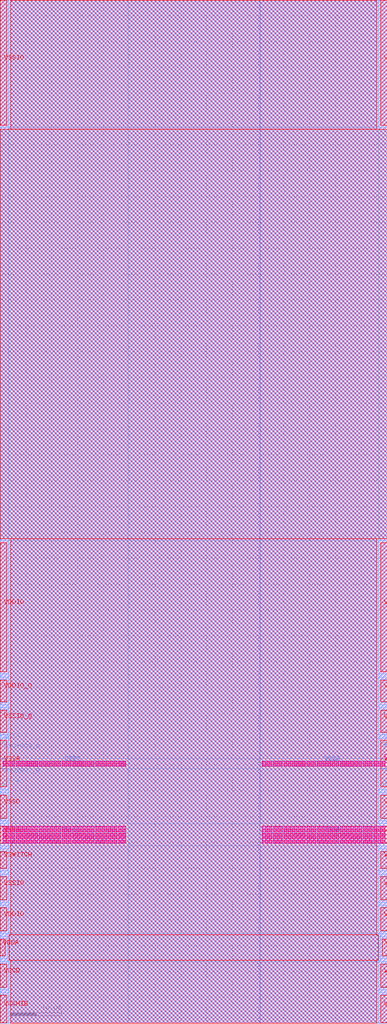
<source format=lef>
# Copyright 2020 The SkyWater PDK Authors
#
# Licensed under the Apache License, Version 2.0 (the "License");
# you may not use this file except in compliance with the License.
# You may obtain a copy of the License at
#
#     https://www.apache.org/licenses/LICENSE-2.0
#
# Unless required by applicable law or agreed to in writing, software
# distributed under the License is distributed on an "AS IS" BASIS,
# WITHOUT WARRANTIES OR CONDITIONS OF ANY KIND, either express or implied.
# See the License for the specific language governing permissions and
# limitations under the License.
#
# SPDX-License-Identifier: Apache-2.0

VERSION 5.5 ;
NAMESCASESENSITIVE ON ;
BUSBITCHARS "[]" ;
DIVIDERCHAR "/" ;
MACRO sky130_fd_io__overlay_vssa_lvc
  CLASS PAD ;
  SOURCE USER ;
  ORIGIN  0.000000  0.000000 ;
  SIZE 75 BY 198 ;
  SYMMETRY X Y R90 ;
  PIN AMUXBUS_A
    DIRECTION INOUT ;
    USE SIGNAL ;
    PORT
      LAYER met4 ;
        RECT 0.000000 51.125000 1.270000 54.105000 ;
    END
    PORT
      LAYER met4 ;
        RECT 73.730000 51.125000 75.000000 54.105000 ;
    END
  END AMUXBUS_A
  PIN AMUXBUS_B
    DIRECTION INOUT ;
    USE SIGNAL ;
    PORT
      LAYER met4 ;
        RECT 0.000000 46.365000 1.270000 49.345000 ;
    END
    PORT
      LAYER met4 ;
        RECT 73.730000 46.365000 75.000000 49.345000 ;
    END
  END AMUXBUS_B
  PIN VCCD
    DIRECTION INOUT ;
    USE POWER ;
    PORT
      LAYER met4 ;
        RECT 0.000000 6.885000 1.270000 11.535000 ;
    END
    PORT
      LAYER met4 ;
        RECT 73.730000 6.885000 75.000000 11.535000 ;
    END
    PORT
      LAYER met5 ;
        RECT 0.000000 6.985000 1.270000 11.435000 ;
    END
    PORT
      LAYER met5 ;
        RECT 73.730000 6.985000 75.000000 11.435000 ;
    END
  END VCCD
  PIN VCCHIB
    DIRECTION INOUT ;
    USE POWER ;
    PORT
      LAYER met4 ;
        RECT 0.000000 0.035000 1.270000 5.485000 ;
    END
    PORT
      LAYER met4 ;
        RECT 73.730000 0.035000 75.000000 5.485000 ;
    END
    PORT
      LAYER met5 ;
        RECT 0.000000 0.135000 1.270000 5.385000 ;
    END
    PORT
      LAYER met5 ;
        RECT 73.730000 0.135000 75.000000 5.385000 ;
    END
  END VCCHIB
  PIN VDDA
    DIRECTION INOUT ;
    USE POWER ;
    PORT
      LAYER met4 ;
        RECT 0.000000 12.935000 0.965000 16.385000 ;
    END
    PORT
      LAYER met4 ;
        RECT 74.035000 12.935000 75.000000 16.385000 ;
    END
    PORT
      LAYER met5 ;
        RECT 0.000000 13.035000 0.965000 16.285000 ;
    END
    PORT
      LAYER met5 ;
        RECT 74.035000 13.035000 75.000000 16.285000 ;
    END
  END VDDA
  PIN VDDIO
    DIRECTION INOUT ;
    USE POWER ;
    PORT
      LAYER met4 ;
        RECT 0.000000 17.785000 1.270000 22.435000 ;
    END
    PORT
      LAYER met4 ;
        RECT 0.000000 68.035000 1.270000 93.000000 ;
    END
    PORT
      LAYER met4 ;
        RECT 73.730000 17.785000 75.000000 22.435000 ;
    END
    PORT
      LAYER met4 ;
        RECT 73.730000 68.035000 75.000000 93.000000 ;
    END
    PORT
      LAYER met5 ;
        RECT 0.000000 17.885000 1.270000 22.335000 ;
    END
    PORT
      LAYER met5 ;
        RECT 0.000000 68.035000 1.270000 92.985000 ;
    END
    PORT
      LAYER met5 ;
        RECT 73.730000 17.885000 75.000000 22.335000 ;
    END
    PORT
      LAYER met5 ;
        RECT 73.730000 68.035000 75.000000 92.985000 ;
    END
  END VDDIO
  PIN VDDIO_Q
    DIRECTION INOUT ;
    USE POWER ;
    PORT
      LAYER met4 ;
        RECT 0.000000 62.085000 1.270000 66.535000 ;
    END
    PORT
      LAYER met4 ;
        RECT 73.730000 62.085000 75.000000 66.535000 ;
    END
    PORT
      LAYER met5 ;
        RECT 0.000000 62.185000 1.270000 66.435000 ;
    END
    PORT
      LAYER met5 ;
        RECT 73.730000 62.185000 75.000000 66.435000 ;
    END
  END VDDIO_Q
  PIN VSSA
    DIRECTION INOUT ;
    USE GROUND ;
    PORT
      LAYER met3 ;
        RECT 0.500000 34.740000 24.400000 38.180000 ;
    END
    PORT
      LAYER met3 ;
        RECT 0.500000 49.650000 24.400000 50.820000 ;
    END
    PORT
      LAYER met3 ;
        RECT 50.755000 34.740000 74.655000 38.180000 ;
    END
    PORT
      LAYER met3 ;
        RECT 50.755000 49.650000 74.655000 50.820000 ;
    END
    PORT
      LAYER met4 ;
        RECT 0.000000 34.735000 24.375000 38.185000 ;
    END
    PORT
      LAYER met4 ;
        RECT 0.000000 45.735000 1.270000 46.065000 ;
    END
    PORT
      LAYER met4 ;
        RECT 0.000000 49.645000 24.375000 50.825000 ;
    END
    PORT
      LAYER met4 ;
        RECT 0.000000 54.405000 1.270000 54.735000 ;
    END
    PORT
      LAYER met4 ;
        RECT 50.780000 34.735000 75.000000 38.185000 ;
    END
    PORT
      LAYER met4 ;
        RECT 50.780000 49.645000 75.000000 50.825000 ;
    END
    PORT
      LAYER met4 ;
        RECT 73.730000 45.735000 75.000000 46.065000 ;
    END
    PORT
      LAYER met4 ;
        RECT 73.730000 54.405000 75.000000 54.735000 ;
    END
    PORT
      LAYER met5 ;
        RECT 0.000000 34.840000 1.270000 38.085000 ;
    END
    PORT
      LAYER met5 ;
        RECT 0.000000 45.735000 1.270000 54.735000 ;
    END
    PORT
      LAYER met5 ;
        RECT 73.730000 34.840000 75.000000 38.085000 ;
    END
    PORT
      LAYER met5 ;
        RECT 73.730000 45.735000 75.000000 54.735000 ;
    END
    PORT
      LAYER via3 ;
        RECT  0.590000 34.820000  0.790000 35.020000 ;
        RECT  0.590000 35.260000  0.790000 35.460000 ;
        RECT  0.590000 35.700000  0.790000 35.900000 ;
        RECT  0.590000 36.140000  0.790000 36.340000 ;
        RECT  0.590000 36.580000  0.790000 36.780000 ;
        RECT  0.590000 37.020000  0.790000 37.220000 ;
        RECT  0.590000 37.460000  0.790000 37.660000 ;
        RECT  0.590000 37.900000  0.790000 38.100000 ;
        RECT  0.590000 49.715000  0.790000 49.915000 ;
        RECT  0.590000 50.135000  0.790000 50.335000 ;
        RECT  0.590000 50.555000  0.790000 50.755000 ;
        RECT  1.000000 34.820000  1.200000 35.020000 ;
        RECT  1.000000 35.260000  1.200000 35.460000 ;
        RECT  1.000000 35.700000  1.200000 35.900000 ;
        RECT  1.000000 36.140000  1.200000 36.340000 ;
        RECT  1.000000 36.580000  1.200000 36.780000 ;
        RECT  1.000000 37.020000  1.200000 37.220000 ;
        RECT  1.000000 37.460000  1.200000 37.660000 ;
        RECT  1.000000 37.900000  1.200000 38.100000 ;
        RECT  1.000000 49.715000  1.200000 49.915000 ;
        RECT  1.000000 50.135000  1.200000 50.335000 ;
        RECT  1.000000 50.555000  1.200000 50.755000 ;
        RECT  1.410000 34.820000  1.610000 35.020000 ;
        RECT  1.410000 35.260000  1.610000 35.460000 ;
        RECT  1.410000 35.700000  1.610000 35.900000 ;
        RECT  1.410000 36.140000  1.610000 36.340000 ;
        RECT  1.410000 36.580000  1.610000 36.780000 ;
        RECT  1.410000 37.020000  1.610000 37.220000 ;
        RECT  1.410000 37.460000  1.610000 37.660000 ;
        RECT  1.410000 37.900000  1.610000 38.100000 ;
        RECT  1.410000 49.715000  1.610000 49.915000 ;
        RECT  1.410000 50.135000  1.610000 50.335000 ;
        RECT  1.410000 50.555000  1.610000 50.755000 ;
        RECT  1.820000 34.820000  2.020000 35.020000 ;
        RECT  1.820000 35.260000  2.020000 35.460000 ;
        RECT  1.820000 35.700000  2.020000 35.900000 ;
        RECT  1.820000 36.140000  2.020000 36.340000 ;
        RECT  1.820000 36.580000  2.020000 36.780000 ;
        RECT  1.820000 37.020000  2.020000 37.220000 ;
        RECT  1.820000 37.460000  2.020000 37.660000 ;
        RECT  1.820000 37.900000  2.020000 38.100000 ;
        RECT  1.820000 49.715000  2.020000 49.915000 ;
        RECT  1.820000 50.135000  2.020000 50.335000 ;
        RECT  1.820000 50.555000  2.020000 50.755000 ;
        RECT  2.230000 34.820000  2.430000 35.020000 ;
        RECT  2.230000 35.260000  2.430000 35.460000 ;
        RECT  2.230000 35.700000  2.430000 35.900000 ;
        RECT  2.230000 36.140000  2.430000 36.340000 ;
        RECT  2.230000 36.580000  2.430000 36.780000 ;
        RECT  2.230000 37.020000  2.430000 37.220000 ;
        RECT  2.230000 37.460000  2.430000 37.660000 ;
        RECT  2.230000 37.900000  2.430000 38.100000 ;
        RECT  2.230000 49.715000  2.430000 49.915000 ;
        RECT  2.230000 50.135000  2.430000 50.335000 ;
        RECT  2.230000 50.555000  2.430000 50.755000 ;
        RECT  2.640000 34.820000  2.840000 35.020000 ;
        RECT  2.640000 35.260000  2.840000 35.460000 ;
        RECT  2.640000 35.700000  2.840000 35.900000 ;
        RECT  2.640000 36.140000  2.840000 36.340000 ;
        RECT  2.640000 36.580000  2.840000 36.780000 ;
        RECT  2.640000 37.020000  2.840000 37.220000 ;
        RECT  2.640000 37.460000  2.840000 37.660000 ;
        RECT  2.640000 37.900000  2.840000 38.100000 ;
        RECT  2.640000 49.715000  2.840000 49.915000 ;
        RECT  2.640000 50.135000  2.840000 50.335000 ;
        RECT  2.640000 50.555000  2.840000 50.755000 ;
        RECT  3.050000 34.820000  3.250000 35.020000 ;
        RECT  3.050000 35.260000  3.250000 35.460000 ;
        RECT  3.050000 35.700000  3.250000 35.900000 ;
        RECT  3.050000 36.140000  3.250000 36.340000 ;
        RECT  3.050000 36.580000  3.250000 36.780000 ;
        RECT  3.050000 37.020000  3.250000 37.220000 ;
        RECT  3.050000 37.460000  3.250000 37.660000 ;
        RECT  3.050000 37.900000  3.250000 38.100000 ;
        RECT  3.050000 49.715000  3.250000 49.915000 ;
        RECT  3.050000 50.135000  3.250000 50.335000 ;
        RECT  3.050000 50.555000  3.250000 50.755000 ;
        RECT  3.455000 34.820000  3.655000 35.020000 ;
        RECT  3.455000 35.260000  3.655000 35.460000 ;
        RECT  3.455000 35.700000  3.655000 35.900000 ;
        RECT  3.455000 36.140000  3.655000 36.340000 ;
        RECT  3.455000 36.580000  3.655000 36.780000 ;
        RECT  3.455000 37.020000  3.655000 37.220000 ;
        RECT  3.455000 37.460000  3.655000 37.660000 ;
        RECT  3.455000 37.900000  3.655000 38.100000 ;
        RECT  3.455000 49.715000  3.655000 49.915000 ;
        RECT  3.455000 50.135000  3.655000 50.335000 ;
        RECT  3.455000 50.555000  3.655000 50.755000 ;
        RECT  3.860000 34.820000  4.060000 35.020000 ;
        RECT  3.860000 35.260000  4.060000 35.460000 ;
        RECT  3.860000 35.700000  4.060000 35.900000 ;
        RECT  3.860000 36.140000  4.060000 36.340000 ;
        RECT  3.860000 36.580000  4.060000 36.780000 ;
        RECT  3.860000 37.020000  4.060000 37.220000 ;
        RECT  3.860000 37.460000  4.060000 37.660000 ;
        RECT  3.860000 37.900000  4.060000 38.100000 ;
        RECT  3.860000 49.715000  4.060000 49.915000 ;
        RECT  3.860000 50.135000  4.060000 50.335000 ;
        RECT  3.860000 50.555000  4.060000 50.755000 ;
        RECT  4.265000 34.820000  4.465000 35.020000 ;
        RECT  4.265000 35.260000  4.465000 35.460000 ;
        RECT  4.265000 35.700000  4.465000 35.900000 ;
        RECT  4.265000 36.140000  4.465000 36.340000 ;
        RECT  4.265000 36.580000  4.465000 36.780000 ;
        RECT  4.265000 37.020000  4.465000 37.220000 ;
        RECT  4.265000 37.460000  4.465000 37.660000 ;
        RECT  4.265000 37.900000  4.465000 38.100000 ;
        RECT  4.265000 49.715000  4.465000 49.915000 ;
        RECT  4.265000 50.135000  4.465000 50.335000 ;
        RECT  4.265000 50.555000  4.465000 50.755000 ;
        RECT  4.670000 34.820000  4.870000 35.020000 ;
        RECT  4.670000 35.260000  4.870000 35.460000 ;
        RECT  4.670000 35.700000  4.870000 35.900000 ;
        RECT  4.670000 36.140000  4.870000 36.340000 ;
        RECT  4.670000 36.580000  4.870000 36.780000 ;
        RECT  4.670000 37.020000  4.870000 37.220000 ;
        RECT  4.670000 37.460000  4.870000 37.660000 ;
        RECT  4.670000 37.900000  4.870000 38.100000 ;
        RECT  4.670000 49.715000  4.870000 49.915000 ;
        RECT  4.670000 50.135000  4.870000 50.335000 ;
        RECT  4.670000 50.555000  4.870000 50.755000 ;
        RECT  5.075000 34.820000  5.275000 35.020000 ;
        RECT  5.075000 35.260000  5.275000 35.460000 ;
        RECT  5.075000 35.700000  5.275000 35.900000 ;
        RECT  5.075000 36.140000  5.275000 36.340000 ;
        RECT  5.075000 36.580000  5.275000 36.780000 ;
        RECT  5.075000 37.020000  5.275000 37.220000 ;
        RECT  5.075000 37.460000  5.275000 37.660000 ;
        RECT  5.075000 37.900000  5.275000 38.100000 ;
        RECT  5.075000 49.715000  5.275000 49.915000 ;
        RECT  5.075000 50.135000  5.275000 50.335000 ;
        RECT  5.075000 50.555000  5.275000 50.755000 ;
        RECT  5.480000 34.820000  5.680000 35.020000 ;
        RECT  5.480000 35.260000  5.680000 35.460000 ;
        RECT  5.480000 35.700000  5.680000 35.900000 ;
        RECT  5.480000 36.140000  5.680000 36.340000 ;
        RECT  5.480000 36.580000  5.680000 36.780000 ;
        RECT  5.480000 37.020000  5.680000 37.220000 ;
        RECT  5.480000 37.460000  5.680000 37.660000 ;
        RECT  5.480000 37.900000  5.680000 38.100000 ;
        RECT  5.480000 49.715000  5.680000 49.915000 ;
        RECT  5.480000 50.135000  5.680000 50.335000 ;
        RECT  5.480000 50.555000  5.680000 50.755000 ;
        RECT  5.885000 34.820000  6.085000 35.020000 ;
        RECT  5.885000 35.260000  6.085000 35.460000 ;
        RECT  5.885000 35.700000  6.085000 35.900000 ;
        RECT  5.885000 36.140000  6.085000 36.340000 ;
        RECT  5.885000 36.580000  6.085000 36.780000 ;
        RECT  5.885000 37.020000  6.085000 37.220000 ;
        RECT  5.885000 37.460000  6.085000 37.660000 ;
        RECT  5.885000 37.900000  6.085000 38.100000 ;
        RECT  5.885000 49.715000  6.085000 49.915000 ;
        RECT  5.885000 50.135000  6.085000 50.335000 ;
        RECT  5.885000 50.555000  6.085000 50.755000 ;
        RECT  6.290000 34.820000  6.490000 35.020000 ;
        RECT  6.290000 35.260000  6.490000 35.460000 ;
        RECT  6.290000 35.700000  6.490000 35.900000 ;
        RECT  6.290000 36.140000  6.490000 36.340000 ;
        RECT  6.290000 36.580000  6.490000 36.780000 ;
        RECT  6.290000 37.020000  6.490000 37.220000 ;
        RECT  6.290000 37.460000  6.490000 37.660000 ;
        RECT  6.290000 37.900000  6.490000 38.100000 ;
        RECT  6.290000 49.715000  6.490000 49.915000 ;
        RECT  6.290000 50.135000  6.490000 50.335000 ;
        RECT  6.290000 50.555000  6.490000 50.755000 ;
        RECT  6.695000 34.820000  6.895000 35.020000 ;
        RECT  6.695000 35.260000  6.895000 35.460000 ;
        RECT  6.695000 35.700000  6.895000 35.900000 ;
        RECT  6.695000 36.140000  6.895000 36.340000 ;
        RECT  6.695000 36.580000  6.895000 36.780000 ;
        RECT  6.695000 37.020000  6.895000 37.220000 ;
        RECT  6.695000 37.460000  6.895000 37.660000 ;
        RECT  6.695000 37.900000  6.895000 38.100000 ;
        RECT  6.695000 49.715000  6.895000 49.915000 ;
        RECT  6.695000 50.135000  6.895000 50.335000 ;
        RECT  6.695000 50.555000  6.895000 50.755000 ;
        RECT  7.100000 34.820000  7.300000 35.020000 ;
        RECT  7.100000 35.260000  7.300000 35.460000 ;
        RECT  7.100000 35.700000  7.300000 35.900000 ;
        RECT  7.100000 36.140000  7.300000 36.340000 ;
        RECT  7.100000 36.580000  7.300000 36.780000 ;
        RECT  7.100000 37.020000  7.300000 37.220000 ;
        RECT  7.100000 37.460000  7.300000 37.660000 ;
        RECT  7.100000 37.900000  7.300000 38.100000 ;
        RECT  7.100000 49.715000  7.300000 49.915000 ;
        RECT  7.100000 50.135000  7.300000 50.335000 ;
        RECT  7.100000 50.555000  7.300000 50.755000 ;
        RECT  7.505000 34.820000  7.705000 35.020000 ;
        RECT  7.505000 35.260000  7.705000 35.460000 ;
        RECT  7.505000 35.700000  7.705000 35.900000 ;
        RECT  7.505000 36.140000  7.705000 36.340000 ;
        RECT  7.505000 36.580000  7.705000 36.780000 ;
        RECT  7.505000 37.020000  7.705000 37.220000 ;
        RECT  7.505000 37.460000  7.705000 37.660000 ;
        RECT  7.505000 37.900000  7.705000 38.100000 ;
        RECT  7.505000 49.715000  7.705000 49.915000 ;
        RECT  7.505000 50.135000  7.705000 50.335000 ;
        RECT  7.505000 50.555000  7.705000 50.755000 ;
        RECT  7.910000 34.820000  8.110000 35.020000 ;
        RECT  7.910000 35.260000  8.110000 35.460000 ;
        RECT  7.910000 35.700000  8.110000 35.900000 ;
        RECT  7.910000 36.140000  8.110000 36.340000 ;
        RECT  7.910000 36.580000  8.110000 36.780000 ;
        RECT  7.910000 37.020000  8.110000 37.220000 ;
        RECT  7.910000 37.460000  8.110000 37.660000 ;
        RECT  7.910000 37.900000  8.110000 38.100000 ;
        RECT  7.910000 49.715000  8.110000 49.915000 ;
        RECT  7.910000 50.135000  8.110000 50.335000 ;
        RECT  7.910000 50.555000  8.110000 50.755000 ;
        RECT  8.315000 34.820000  8.515000 35.020000 ;
        RECT  8.315000 35.260000  8.515000 35.460000 ;
        RECT  8.315000 35.700000  8.515000 35.900000 ;
        RECT  8.315000 36.140000  8.515000 36.340000 ;
        RECT  8.315000 36.580000  8.515000 36.780000 ;
        RECT  8.315000 37.020000  8.515000 37.220000 ;
        RECT  8.315000 37.460000  8.515000 37.660000 ;
        RECT  8.315000 37.900000  8.515000 38.100000 ;
        RECT  8.315000 49.715000  8.515000 49.915000 ;
        RECT  8.315000 50.135000  8.515000 50.335000 ;
        RECT  8.315000 50.555000  8.515000 50.755000 ;
        RECT  8.720000 34.820000  8.920000 35.020000 ;
        RECT  8.720000 35.260000  8.920000 35.460000 ;
        RECT  8.720000 35.700000  8.920000 35.900000 ;
        RECT  8.720000 36.140000  8.920000 36.340000 ;
        RECT  8.720000 36.580000  8.920000 36.780000 ;
        RECT  8.720000 37.020000  8.920000 37.220000 ;
        RECT  8.720000 37.460000  8.920000 37.660000 ;
        RECT  8.720000 37.900000  8.920000 38.100000 ;
        RECT  8.720000 49.715000  8.920000 49.915000 ;
        RECT  8.720000 50.135000  8.920000 50.335000 ;
        RECT  8.720000 50.555000  8.920000 50.755000 ;
        RECT  9.125000 34.820000  9.325000 35.020000 ;
        RECT  9.125000 35.260000  9.325000 35.460000 ;
        RECT  9.125000 35.700000  9.325000 35.900000 ;
        RECT  9.125000 36.140000  9.325000 36.340000 ;
        RECT  9.125000 36.580000  9.325000 36.780000 ;
        RECT  9.125000 37.020000  9.325000 37.220000 ;
        RECT  9.125000 37.460000  9.325000 37.660000 ;
        RECT  9.125000 37.900000  9.325000 38.100000 ;
        RECT  9.125000 49.715000  9.325000 49.915000 ;
        RECT  9.125000 50.135000  9.325000 50.335000 ;
        RECT  9.125000 50.555000  9.325000 50.755000 ;
        RECT  9.530000 34.820000  9.730000 35.020000 ;
        RECT  9.530000 35.260000  9.730000 35.460000 ;
        RECT  9.530000 35.700000  9.730000 35.900000 ;
        RECT  9.530000 36.140000  9.730000 36.340000 ;
        RECT  9.530000 36.580000  9.730000 36.780000 ;
        RECT  9.530000 37.020000  9.730000 37.220000 ;
        RECT  9.530000 37.460000  9.730000 37.660000 ;
        RECT  9.530000 37.900000  9.730000 38.100000 ;
        RECT  9.530000 49.715000  9.730000 49.915000 ;
        RECT  9.530000 50.135000  9.730000 50.335000 ;
        RECT  9.530000 50.555000  9.730000 50.755000 ;
        RECT  9.935000 34.820000 10.135000 35.020000 ;
        RECT  9.935000 35.260000 10.135000 35.460000 ;
        RECT  9.935000 35.700000 10.135000 35.900000 ;
        RECT  9.935000 36.140000 10.135000 36.340000 ;
        RECT  9.935000 36.580000 10.135000 36.780000 ;
        RECT  9.935000 37.020000 10.135000 37.220000 ;
        RECT  9.935000 37.460000 10.135000 37.660000 ;
        RECT  9.935000 37.900000 10.135000 38.100000 ;
        RECT  9.935000 49.715000 10.135000 49.915000 ;
        RECT  9.935000 50.135000 10.135000 50.335000 ;
        RECT  9.935000 50.555000 10.135000 50.755000 ;
        RECT 10.340000 34.820000 10.540000 35.020000 ;
        RECT 10.340000 35.260000 10.540000 35.460000 ;
        RECT 10.340000 35.700000 10.540000 35.900000 ;
        RECT 10.340000 36.140000 10.540000 36.340000 ;
        RECT 10.340000 36.580000 10.540000 36.780000 ;
        RECT 10.340000 37.020000 10.540000 37.220000 ;
        RECT 10.340000 37.460000 10.540000 37.660000 ;
        RECT 10.340000 37.900000 10.540000 38.100000 ;
        RECT 10.340000 49.715000 10.540000 49.915000 ;
        RECT 10.340000 50.135000 10.540000 50.335000 ;
        RECT 10.340000 50.555000 10.540000 50.755000 ;
        RECT 10.745000 34.820000 10.945000 35.020000 ;
        RECT 10.745000 35.260000 10.945000 35.460000 ;
        RECT 10.745000 35.700000 10.945000 35.900000 ;
        RECT 10.745000 36.140000 10.945000 36.340000 ;
        RECT 10.745000 36.580000 10.945000 36.780000 ;
        RECT 10.745000 37.020000 10.945000 37.220000 ;
        RECT 10.745000 37.460000 10.945000 37.660000 ;
        RECT 10.745000 37.900000 10.945000 38.100000 ;
        RECT 10.745000 49.715000 10.945000 49.915000 ;
        RECT 10.745000 50.135000 10.945000 50.335000 ;
        RECT 10.745000 50.555000 10.945000 50.755000 ;
        RECT 11.150000 34.820000 11.350000 35.020000 ;
        RECT 11.150000 35.260000 11.350000 35.460000 ;
        RECT 11.150000 35.700000 11.350000 35.900000 ;
        RECT 11.150000 36.140000 11.350000 36.340000 ;
        RECT 11.150000 36.580000 11.350000 36.780000 ;
        RECT 11.150000 37.020000 11.350000 37.220000 ;
        RECT 11.150000 37.460000 11.350000 37.660000 ;
        RECT 11.150000 37.900000 11.350000 38.100000 ;
        RECT 11.150000 49.715000 11.350000 49.915000 ;
        RECT 11.150000 50.135000 11.350000 50.335000 ;
        RECT 11.150000 50.555000 11.350000 50.755000 ;
        RECT 11.555000 34.820000 11.755000 35.020000 ;
        RECT 11.555000 35.260000 11.755000 35.460000 ;
        RECT 11.555000 35.700000 11.755000 35.900000 ;
        RECT 11.555000 36.140000 11.755000 36.340000 ;
        RECT 11.555000 36.580000 11.755000 36.780000 ;
        RECT 11.555000 37.020000 11.755000 37.220000 ;
        RECT 11.555000 37.460000 11.755000 37.660000 ;
        RECT 11.555000 37.900000 11.755000 38.100000 ;
        RECT 11.555000 49.715000 11.755000 49.915000 ;
        RECT 11.555000 50.135000 11.755000 50.335000 ;
        RECT 11.555000 50.555000 11.755000 50.755000 ;
        RECT 11.960000 34.820000 12.160000 35.020000 ;
        RECT 11.960000 35.260000 12.160000 35.460000 ;
        RECT 11.960000 35.700000 12.160000 35.900000 ;
        RECT 11.960000 36.140000 12.160000 36.340000 ;
        RECT 11.960000 36.580000 12.160000 36.780000 ;
        RECT 11.960000 37.020000 12.160000 37.220000 ;
        RECT 11.960000 37.460000 12.160000 37.660000 ;
        RECT 11.960000 37.900000 12.160000 38.100000 ;
        RECT 11.960000 49.715000 12.160000 49.915000 ;
        RECT 11.960000 50.135000 12.160000 50.335000 ;
        RECT 11.960000 50.555000 12.160000 50.755000 ;
        RECT 12.365000 34.820000 12.565000 35.020000 ;
        RECT 12.365000 35.260000 12.565000 35.460000 ;
        RECT 12.365000 35.700000 12.565000 35.900000 ;
        RECT 12.365000 36.140000 12.565000 36.340000 ;
        RECT 12.365000 36.580000 12.565000 36.780000 ;
        RECT 12.365000 37.020000 12.565000 37.220000 ;
        RECT 12.365000 37.460000 12.565000 37.660000 ;
        RECT 12.365000 37.900000 12.565000 38.100000 ;
        RECT 12.365000 49.715000 12.565000 49.915000 ;
        RECT 12.365000 50.135000 12.565000 50.335000 ;
        RECT 12.365000 50.555000 12.565000 50.755000 ;
        RECT 12.770000 34.820000 12.970000 35.020000 ;
        RECT 12.770000 35.260000 12.970000 35.460000 ;
        RECT 12.770000 35.700000 12.970000 35.900000 ;
        RECT 12.770000 36.140000 12.970000 36.340000 ;
        RECT 12.770000 36.580000 12.970000 36.780000 ;
        RECT 12.770000 37.020000 12.970000 37.220000 ;
        RECT 12.770000 37.460000 12.970000 37.660000 ;
        RECT 12.770000 37.900000 12.970000 38.100000 ;
        RECT 12.770000 49.715000 12.970000 49.915000 ;
        RECT 12.770000 50.135000 12.970000 50.335000 ;
        RECT 12.770000 50.555000 12.970000 50.755000 ;
        RECT 13.175000 34.820000 13.375000 35.020000 ;
        RECT 13.175000 35.260000 13.375000 35.460000 ;
        RECT 13.175000 35.700000 13.375000 35.900000 ;
        RECT 13.175000 36.140000 13.375000 36.340000 ;
        RECT 13.175000 36.580000 13.375000 36.780000 ;
        RECT 13.175000 37.020000 13.375000 37.220000 ;
        RECT 13.175000 37.460000 13.375000 37.660000 ;
        RECT 13.175000 37.900000 13.375000 38.100000 ;
        RECT 13.175000 49.715000 13.375000 49.915000 ;
        RECT 13.175000 50.135000 13.375000 50.335000 ;
        RECT 13.175000 50.555000 13.375000 50.755000 ;
        RECT 13.580000 34.820000 13.780000 35.020000 ;
        RECT 13.580000 35.260000 13.780000 35.460000 ;
        RECT 13.580000 35.700000 13.780000 35.900000 ;
        RECT 13.580000 36.140000 13.780000 36.340000 ;
        RECT 13.580000 36.580000 13.780000 36.780000 ;
        RECT 13.580000 37.020000 13.780000 37.220000 ;
        RECT 13.580000 37.460000 13.780000 37.660000 ;
        RECT 13.580000 37.900000 13.780000 38.100000 ;
        RECT 13.580000 49.715000 13.780000 49.915000 ;
        RECT 13.580000 50.135000 13.780000 50.335000 ;
        RECT 13.580000 50.555000 13.780000 50.755000 ;
        RECT 13.985000 34.820000 14.185000 35.020000 ;
        RECT 13.985000 35.260000 14.185000 35.460000 ;
        RECT 13.985000 35.700000 14.185000 35.900000 ;
        RECT 13.985000 36.140000 14.185000 36.340000 ;
        RECT 13.985000 36.580000 14.185000 36.780000 ;
        RECT 13.985000 37.020000 14.185000 37.220000 ;
        RECT 13.985000 37.460000 14.185000 37.660000 ;
        RECT 13.985000 37.900000 14.185000 38.100000 ;
        RECT 13.985000 49.715000 14.185000 49.915000 ;
        RECT 13.985000 50.135000 14.185000 50.335000 ;
        RECT 13.985000 50.555000 14.185000 50.755000 ;
        RECT 14.390000 34.820000 14.590000 35.020000 ;
        RECT 14.390000 35.260000 14.590000 35.460000 ;
        RECT 14.390000 35.700000 14.590000 35.900000 ;
        RECT 14.390000 36.140000 14.590000 36.340000 ;
        RECT 14.390000 36.580000 14.590000 36.780000 ;
        RECT 14.390000 37.020000 14.590000 37.220000 ;
        RECT 14.390000 37.460000 14.590000 37.660000 ;
        RECT 14.390000 37.900000 14.590000 38.100000 ;
        RECT 14.390000 49.715000 14.590000 49.915000 ;
        RECT 14.390000 50.135000 14.590000 50.335000 ;
        RECT 14.390000 50.555000 14.590000 50.755000 ;
        RECT 14.795000 34.820000 14.995000 35.020000 ;
        RECT 14.795000 35.260000 14.995000 35.460000 ;
        RECT 14.795000 35.700000 14.995000 35.900000 ;
        RECT 14.795000 36.140000 14.995000 36.340000 ;
        RECT 14.795000 36.580000 14.995000 36.780000 ;
        RECT 14.795000 37.020000 14.995000 37.220000 ;
        RECT 14.795000 37.460000 14.995000 37.660000 ;
        RECT 14.795000 37.900000 14.995000 38.100000 ;
        RECT 14.795000 49.715000 14.995000 49.915000 ;
        RECT 14.795000 50.135000 14.995000 50.335000 ;
        RECT 14.795000 50.555000 14.995000 50.755000 ;
        RECT 15.200000 34.820000 15.400000 35.020000 ;
        RECT 15.200000 35.260000 15.400000 35.460000 ;
        RECT 15.200000 35.700000 15.400000 35.900000 ;
        RECT 15.200000 36.140000 15.400000 36.340000 ;
        RECT 15.200000 36.580000 15.400000 36.780000 ;
        RECT 15.200000 37.020000 15.400000 37.220000 ;
        RECT 15.200000 37.460000 15.400000 37.660000 ;
        RECT 15.200000 37.900000 15.400000 38.100000 ;
        RECT 15.200000 49.715000 15.400000 49.915000 ;
        RECT 15.200000 50.135000 15.400000 50.335000 ;
        RECT 15.200000 50.555000 15.400000 50.755000 ;
        RECT 15.605000 34.820000 15.805000 35.020000 ;
        RECT 15.605000 35.260000 15.805000 35.460000 ;
        RECT 15.605000 35.700000 15.805000 35.900000 ;
        RECT 15.605000 36.140000 15.805000 36.340000 ;
        RECT 15.605000 36.580000 15.805000 36.780000 ;
        RECT 15.605000 37.020000 15.805000 37.220000 ;
        RECT 15.605000 37.460000 15.805000 37.660000 ;
        RECT 15.605000 37.900000 15.805000 38.100000 ;
        RECT 15.605000 49.715000 15.805000 49.915000 ;
        RECT 15.605000 50.135000 15.805000 50.335000 ;
        RECT 15.605000 50.555000 15.805000 50.755000 ;
        RECT 16.010000 34.820000 16.210000 35.020000 ;
        RECT 16.010000 35.260000 16.210000 35.460000 ;
        RECT 16.010000 35.700000 16.210000 35.900000 ;
        RECT 16.010000 36.140000 16.210000 36.340000 ;
        RECT 16.010000 36.580000 16.210000 36.780000 ;
        RECT 16.010000 37.020000 16.210000 37.220000 ;
        RECT 16.010000 37.460000 16.210000 37.660000 ;
        RECT 16.010000 37.900000 16.210000 38.100000 ;
        RECT 16.010000 49.715000 16.210000 49.915000 ;
        RECT 16.010000 50.135000 16.210000 50.335000 ;
        RECT 16.010000 50.555000 16.210000 50.755000 ;
        RECT 16.415000 34.820000 16.615000 35.020000 ;
        RECT 16.415000 35.260000 16.615000 35.460000 ;
        RECT 16.415000 35.700000 16.615000 35.900000 ;
        RECT 16.415000 36.140000 16.615000 36.340000 ;
        RECT 16.415000 36.580000 16.615000 36.780000 ;
        RECT 16.415000 37.020000 16.615000 37.220000 ;
        RECT 16.415000 37.460000 16.615000 37.660000 ;
        RECT 16.415000 37.900000 16.615000 38.100000 ;
        RECT 16.415000 49.715000 16.615000 49.915000 ;
        RECT 16.415000 50.135000 16.615000 50.335000 ;
        RECT 16.415000 50.555000 16.615000 50.755000 ;
        RECT 16.820000 34.820000 17.020000 35.020000 ;
        RECT 16.820000 35.260000 17.020000 35.460000 ;
        RECT 16.820000 35.700000 17.020000 35.900000 ;
        RECT 16.820000 36.140000 17.020000 36.340000 ;
        RECT 16.820000 36.580000 17.020000 36.780000 ;
        RECT 16.820000 37.020000 17.020000 37.220000 ;
        RECT 16.820000 37.460000 17.020000 37.660000 ;
        RECT 16.820000 37.900000 17.020000 38.100000 ;
        RECT 16.820000 49.715000 17.020000 49.915000 ;
        RECT 16.820000 50.135000 17.020000 50.335000 ;
        RECT 16.820000 50.555000 17.020000 50.755000 ;
        RECT 17.225000 34.820000 17.425000 35.020000 ;
        RECT 17.225000 35.260000 17.425000 35.460000 ;
        RECT 17.225000 35.700000 17.425000 35.900000 ;
        RECT 17.225000 36.140000 17.425000 36.340000 ;
        RECT 17.225000 36.580000 17.425000 36.780000 ;
        RECT 17.225000 37.020000 17.425000 37.220000 ;
        RECT 17.225000 37.460000 17.425000 37.660000 ;
        RECT 17.225000 37.900000 17.425000 38.100000 ;
        RECT 17.225000 49.715000 17.425000 49.915000 ;
        RECT 17.225000 50.135000 17.425000 50.335000 ;
        RECT 17.225000 50.555000 17.425000 50.755000 ;
        RECT 17.630000 34.820000 17.830000 35.020000 ;
        RECT 17.630000 35.260000 17.830000 35.460000 ;
        RECT 17.630000 35.700000 17.830000 35.900000 ;
        RECT 17.630000 36.140000 17.830000 36.340000 ;
        RECT 17.630000 36.580000 17.830000 36.780000 ;
        RECT 17.630000 37.020000 17.830000 37.220000 ;
        RECT 17.630000 37.460000 17.830000 37.660000 ;
        RECT 17.630000 37.900000 17.830000 38.100000 ;
        RECT 17.630000 49.715000 17.830000 49.915000 ;
        RECT 17.630000 50.135000 17.830000 50.335000 ;
        RECT 17.630000 50.555000 17.830000 50.755000 ;
        RECT 18.035000 34.820000 18.235000 35.020000 ;
        RECT 18.035000 35.260000 18.235000 35.460000 ;
        RECT 18.035000 35.700000 18.235000 35.900000 ;
        RECT 18.035000 36.140000 18.235000 36.340000 ;
        RECT 18.035000 36.580000 18.235000 36.780000 ;
        RECT 18.035000 37.020000 18.235000 37.220000 ;
        RECT 18.035000 37.460000 18.235000 37.660000 ;
        RECT 18.035000 37.900000 18.235000 38.100000 ;
        RECT 18.035000 49.715000 18.235000 49.915000 ;
        RECT 18.035000 50.135000 18.235000 50.335000 ;
        RECT 18.035000 50.555000 18.235000 50.755000 ;
        RECT 18.440000 34.820000 18.640000 35.020000 ;
        RECT 18.440000 35.260000 18.640000 35.460000 ;
        RECT 18.440000 35.700000 18.640000 35.900000 ;
        RECT 18.440000 36.140000 18.640000 36.340000 ;
        RECT 18.440000 36.580000 18.640000 36.780000 ;
        RECT 18.440000 37.020000 18.640000 37.220000 ;
        RECT 18.440000 37.460000 18.640000 37.660000 ;
        RECT 18.440000 37.900000 18.640000 38.100000 ;
        RECT 18.440000 49.715000 18.640000 49.915000 ;
        RECT 18.440000 50.135000 18.640000 50.335000 ;
        RECT 18.440000 50.555000 18.640000 50.755000 ;
        RECT 18.845000 34.820000 19.045000 35.020000 ;
        RECT 18.845000 35.260000 19.045000 35.460000 ;
        RECT 18.845000 35.700000 19.045000 35.900000 ;
        RECT 18.845000 36.140000 19.045000 36.340000 ;
        RECT 18.845000 36.580000 19.045000 36.780000 ;
        RECT 18.845000 37.020000 19.045000 37.220000 ;
        RECT 18.845000 37.460000 19.045000 37.660000 ;
        RECT 18.845000 37.900000 19.045000 38.100000 ;
        RECT 18.845000 49.715000 19.045000 49.915000 ;
        RECT 18.845000 50.135000 19.045000 50.335000 ;
        RECT 18.845000 50.555000 19.045000 50.755000 ;
        RECT 19.250000 34.820000 19.450000 35.020000 ;
        RECT 19.250000 35.260000 19.450000 35.460000 ;
        RECT 19.250000 35.700000 19.450000 35.900000 ;
        RECT 19.250000 36.140000 19.450000 36.340000 ;
        RECT 19.250000 36.580000 19.450000 36.780000 ;
        RECT 19.250000 37.020000 19.450000 37.220000 ;
        RECT 19.250000 37.460000 19.450000 37.660000 ;
        RECT 19.250000 37.900000 19.450000 38.100000 ;
        RECT 19.250000 49.715000 19.450000 49.915000 ;
        RECT 19.250000 50.135000 19.450000 50.335000 ;
        RECT 19.250000 50.555000 19.450000 50.755000 ;
        RECT 19.655000 34.820000 19.855000 35.020000 ;
        RECT 19.655000 35.260000 19.855000 35.460000 ;
        RECT 19.655000 35.700000 19.855000 35.900000 ;
        RECT 19.655000 36.140000 19.855000 36.340000 ;
        RECT 19.655000 36.580000 19.855000 36.780000 ;
        RECT 19.655000 37.020000 19.855000 37.220000 ;
        RECT 19.655000 37.460000 19.855000 37.660000 ;
        RECT 19.655000 37.900000 19.855000 38.100000 ;
        RECT 19.655000 49.715000 19.855000 49.915000 ;
        RECT 19.655000 50.135000 19.855000 50.335000 ;
        RECT 19.655000 50.555000 19.855000 50.755000 ;
        RECT 20.060000 34.820000 20.260000 35.020000 ;
        RECT 20.060000 35.260000 20.260000 35.460000 ;
        RECT 20.060000 35.700000 20.260000 35.900000 ;
        RECT 20.060000 36.140000 20.260000 36.340000 ;
        RECT 20.060000 36.580000 20.260000 36.780000 ;
        RECT 20.060000 37.020000 20.260000 37.220000 ;
        RECT 20.060000 37.460000 20.260000 37.660000 ;
        RECT 20.060000 37.900000 20.260000 38.100000 ;
        RECT 20.060000 49.715000 20.260000 49.915000 ;
        RECT 20.060000 50.135000 20.260000 50.335000 ;
        RECT 20.060000 50.555000 20.260000 50.755000 ;
        RECT 20.465000 34.820000 20.665000 35.020000 ;
        RECT 20.465000 35.260000 20.665000 35.460000 ;
        RECT 20.465000 35.700000 20.665000 35.900000 ;
        RECT 20.465000 36.140000 20.665000 36.340000 ;
        RECT 20.465000 36.580000 20.665000 36.780000 ;
        RECT 20.465000 37.020000 20.665000 37.220000 ;
        RECT 20.465000 37.460000 20.665000 37.660000 ;
        RECT 20.465000 37.900000 20.665000 38.100000 ;
        RECT 20.465000 49.715000 20.665000 49.915000 ;
        RECT 20.465000 50.135000 20.665000 50.335000 ;
        RECT 20.465000 50.555000 20.665000 50.755000 ;
        RECT 20.870000 34.820000 21.070000 35.020000 ;
        RECT 20.870000 35.260000 21.070000 35.460000 ;
        RECT 20.870000 35.700000 21.070000 35.900000 ;
        RECT 20.870000 36.140000 21.070000 36.340000 ;
        RECT 20.870000 36.580000 21.070000 36.780000 ;
        RECT 20.870000 37.020000 21.070000 37.220000 ;
        RECT 20.870000 37.460000 21.070000 37.660000 ;
        RECT 20.870000 37.900000 21.070000 38.100000 ;
        RECT 20.870000 49.715000 21.070000 49.915000 ;
        RECT 20.870000 50.135000 21.070000 50.335000 ;
        RECT 20.870000 50.555000 21.070000 50.755000 ;
        RECT 21.275000 34.820000 21.475000 35.020000 ;
        RECT 21.275000 35.260000 21.475000 35.460000 ;
        RECT 21.275000 35.700000 21.475000 35.900000 ;
        RECT 21.275000 36.140000 21.475000 36.340000 ;
        RECT 21.275000 36.580000 21.475000 36.780000 ;
        RECT 21.275000 37.020000 21.475000 37.220000 ;
        RECT 21.275000 37.460000 21.475000 37.660000 ;
        RECT 21.275000 37.900000 21.475000 38.100000 ;
        RECT 21.275000 49.715000 21.475000 49.915000 ;
        RECT 21.275000 50.135000 21.475000 50.335000 ;
        RECT 21.275000 50.555000 21.475000 50.755000 ;
        RECT 21.680000 34.820000 21.880000 35.020000 ;
        RECT 21.680000 35.260000 21.880000 35.460000 ;
        RECT 21.680000 35.700000 21.880000 35.900000 ;
        RECT 21.680000 36.140000 21.880000 36.340000 ;
        RECT 21.680000 36.580000 21.880000 36.780000 ;
        RECT 21.680000 37.020000 21.880000 37.220000 ;
        RECT 21.680000 37.460000 21.880000 37.660000 ;
        RECT 21.680000 37.900000 21.880000 38.100000 ;
        RECT 21.680000 49.715000 21.880000 49.915000 ;
        RECT 21.680000 50.135000 21.880000 50.335000 ;
        RECT 21.680000 50.555000 21.880000 50.755000 ;
        RECT 22.085000 34.820000 22.285000 35.020000 ;
        RECT 22.085000 35.260000 22.285000 35.460000 ;
        RECT 22.085000 35.700000 22.285000 35.900000 ;
        RECT 22.085000 36.140000 22.285000 36.340000 ;
        RECT 22.085000 36.580000 22.285000 36.780000 ;
        RECT 22.085000 37.020000 22.285000 37.220000 ;
        RECT 22.085000 37.460000 22.285000 37.660000 ;
        RECT 22.085000 37.900000 22.285000 38.100000 ;
        RECT 22.085000 49.715000 22.285000 49.915000 ;
        RECT 22.085000 50.135000 22.285000 50.335000 ;
        RECT 22.085000 50.555000 22.285000 50.755000 ;
        RECT 22.490000 34.820000 22.690000 35.020000 ;
        RECT 22.490000 35.260000 22.690000 35.460000 ;
        RECT 22.490000 35.700000 22.690000 35.900000 ;
        RECT 22.490000 36.140000 22.690000 36.340000 ;
        RECT 22.490000 36.580000 22.690000 36.780000 ;
        RECT 22.490000 37.020000 22.690000 37.220000 ;
        RECT 22.490000 37.460000 22.690000 37.660000 ;
        RECT 22.490000 37.900000 22.690000 38.100000 ;
        RECT 22.490000 49.715000 22.690000 49.915000 ;
        RECT 22.490000 50.135000 22.690000 50.335000 ;
        RECT 22.490000 50.555000 22.690000 50.755000 ;
        RECT 22.895000 34.820000 23.095000 35.020000 ;
        RECT 22.895000 35.260000 23.095000 35.460000 ;
        RECT 22.895000 35.700000 23.095000 35.900000 ;
        RECT 22.895000 36.140000 23.095000 36.340000 ;
        RECT 22.895000 36.580000 23.095000 36.780000 ;
        RECT 22.895000 37.020000 23.095000 37.220000 ;
        RECT 22.895000 37.460000 23.095000 37.660000 ;
        RECT 22.895000 37.900000 23.095000 38.100000 ;
        RECT 22.895000 49.715000 23.095000 49.915000 ;
        RECT 22.895000 50.135000 23.095000 50.335000 ;
        RECT 22.895000 50.555000 23.095000 50.755000 ;
        RECT 23.300000 34.820000 23.500000 35.020000 ;
        RECT 23.300000 35.260000 23.500000 35.460000 ;
        RECT 23.300000 35.700000 23.500000 35.900000 ;
        RECT 23.300000 36.140000 23.500000 36.340000 ;
        RECT 23.300000 36.580000 23.500000 36.780000 ;
        RECT 23.300000 37.020000 23.500000 37.220000 ;
        RECT 23.300000 37.460000 23.500000 37.660000 ;
        RECT 23.300000 37.900000 23.500000 38.100000 ;
        RECT 23.300000 49.715000 23.500000 49.915000 ;
        RECT 23.300000 50.135000 23.500000 50.335000 ;
        RECT 23.300000 50.555000 23.500000 50.755000 ;
        RECT 23.705000 34.820000 23.905000 35.020000 ;
        RECT 23.705000 35.260000 23.905000 35.460000 ;
        RECT 23.705000 35.700000 23.905000 35.900000 ;
        RECT 23.705000 36.140000 23.905000 36.340000 ;
        RECT 23.705000 36.580000 23.905000 36.780000 ;
        RECT 23.705000 37.020000 23.905000 37.220000 ;
        RECT 23.705000 37.460000 23.905000 37.660000 ;
        RECT 23.705000 37.900000 23.905000 38.100000 ;
        RECT 23.705000 49.715000 23.905000 49.915000 ;
        RECT 23.705000 50.135000 23.905000 50.335000 ;
        RECT 23.705000 50.555000 23.905000 50.755000 ;
        RECT 24.110000 34.820000 24.310000 35.020000 ;
        RECT 24.110000 35.260000 24.310000 35.460000 ;
        RECT 24.110000 35.700000 24.310000 35.900000 ;
        RECT 24.110000 36.140000 24.310000 36.340000 ;
        RECT 24.110000 36.580000 24.310000 36.780000 ;
        RECT 24.110000 37.020000 24.310000 37.220000 ;
        RECT 24.110000 37.460000 24.310000 37.660000 ;
        RECT 24.110000 37.900000 24.310000 38.100000 ;
        RECT 24.110000 49.715000 24.310000 49.915000 ;
        RECT 24.110000 50.135000 24.310000 50.335000 ;
        RECT 24.110000 50.555000 24.310000 50.755000 ;
        RECT 50.845000 34.820000 51.045000 35.020000 ;
        RECT 50.845000 35.260000 51.045000 35.460000 ;
        RECT 50.845000 35.700000 51.045000 35.900000 ;
        RECT 50.845000 36.140000 51.045000 36.340000 ;
        RECT 50.845000 36.580000 51.045000 36.780000 ;
        RECT 50.845000 37.020000 51.045000 37.220000 ;
        RECT 50.845000 37.460000 51.045000 37.660000 ;
        RECT 50.845000 37.900000 51.045000 38.100000 ;
        RECT 50.845000 49.715000 51.045000 49.915000 ;
        RECT 50.845000 50.135000 51.045000 50.335000 ;
        RECT 50.845000 50.555000 51.045000 50.755000 ;
        RECT 51.255000 34.820000 51.455000 35.020000 ;
        RECT 51.255000 35.260000 51.455000 35.460000 ;
        RECT 51.255000 35.700000 51.455000 35.900000 ;
        RECT 51.255000 36.140000 51.455000 36.340000 ;
        RECT 51.255000 36.580000 51.455000 36.780000 ;
        RECT 51.255000 37.020000 51.455000 37.220000 ;
        RECT 51.255000 37.460000 51.455000 37.660000 ;
        RECT 51.255000 37.900000 51.455000 38.100000 ;
        RECT 51.255000 49.715000 51.455000 49.915000 ;
        RECT 51.255000 50.135000 51.455000 50.335000 ;
        RECT 51.255000 50.555000 51.455000 50.755000 ;
        RECT 51.665000 34.820000 51.865000 35.020000 ;
        RECT 51.665000 35.260000 51.865000 35.460000 ;
        RECT 51.665000 35.700000 51.865000 35.900000 ;
        RECT 51.665000 36.140000 51.865000 36.340000 ;
        RECT 51.665000 36.580000 51.865000 36.780000 ;
        RECT 51.665000 37.020000 51.865000 37.220000 ;
        RECT 51.665000 37.460000 51.865000 37.660000 ;
        RECT 51.665000 37.900000 51.865000 38.100000 ;
        RECT 51.665000 49.715000 51.865000 49.915000 ;
        RECT 51.665000 50.135000 51.865000 50.335000 ;
        RECT 51.665000 50.555000 51.865000 50.755000 ;
        RECT 52.075000 34.820000 52.275000 35.020000 ;
        RECT 52.075000 35.260000 52.275000 35.460000 ;
        RECT 52.075000 35.700000 52.275000 35.900000 ;
        RECT 52.075000 36.140000 52.275000 36.340000 ;
        RECT 52.075000 36.580000 52.275000 36.780000 ;
        RECT 52.075000 37.020000 52.275000 37.220000 ;
        RECT 52.075000 37.460000 52.275000 37.660000 ;
        RECT 52.075000 37.900000 52.275000 38.100000 ;
        RECT 52.075000 49.715000 52.275000 49.915000 ;
        RECT 52.075000 50.135000 52.275000 50.335000 ;
        RECT 52.075000 50.555000 52.275000 50.755000 ;
        RECT 52.485000 34.820000 52.685000 35.020000 ;
        RECT 52.485000 35.260000 52.685000 35.460000 ;
        RECT 52.485000 35.700000 52.685000 35.900000 ;
        RECT 52.485000 36.140000 52.685000 36.340000 ;
        RECT 52.485000 36.580000 52.685000 36.780000 ;
        RECT 52.485000 37.020000 52.685000 37.220000 ;
        RECT 52.485000 37.460000 52.685000 37.660000 ;
        RECT 52.485000 37.900000 52.685000 38.100000 ;
        RECT 52.485000 49.715000 52.685000 49.915000 ;
        RECT 52.485000 50.135000 52.685000 50.335000 ;
        RECT 52.485000 50.555000 52.685000 50.755000 ;
        RECT 52.895000 34.820000 53.095000 35.020000 ;
        RECT 52.895000 35.260000 53.095000 35.460000 ;
        RECT 52.895000 35.700000 53.095000 35.900000 ;
        RECT 52.895000 36.140000 53.095000 36.340000 ;
        RECT 52.895000 36.580000 53.095000 36.780000 ;
        RECT 52.895000 37.020000 53.095000 37.220000 ;
        RECT 52.895000 37.460000 53.095000 37.660000 ;
        RECT 52.895000 37.900000 53.095000 38.100000 ;
        RECT 52.895000 49.715000 53.095000 49.915000 ;
        RECT 52.895000 50.135000 53.095000 50.335000 ;
        RECT 52.895000 50.555000 53.095000 50.755000 ;
        RECT 53.305000 34.820000 53.505000 35.020000 ;
        RECT 53.305000 35.260000 53.505000 35.460000 ;
        RECT 53.305000 35.700000 53.505000 35.900000 ;
        RECT 53.305000 36.140000 53.505000 36.340000 ;
        RECT 53.305000 36.580000 53.505000 36.780000 ;
        RECT 53.305000 37.020000 53.505000 37.220000 ;
        RECT 53.305000 37.460000 53.505000 37.660000 ;
        RECT 53.305000 37.900000 53.505000 38.100000 ;
        RECT 53.305000 49.715000 53.505000 49.915000 ;
        RECT 53.305000 50.135000 53.505000 50.335000 ;
        RECT 53.305000 50.555000 53.505000 50.755000 ;
        RECT 53.710000 34.820000 53.910000 35.020000 ;
        RECT 53.710000 35.260000 53.910000 35.460000 ;
        RECT 53.710000 35.700000 53.910000 35.900000 ;
        RECT 53.710000 36.140000 53.910000 36.340000 ;
        RECT 53.710000 36.580000 53.910000 36.780000 ;
        RECT 53.710000 37.020000 53.910000 37.220000 ;
        RECT 53.710000 37.460000 53.910000 37.660000 ;
        RECT 53.710000 37.900000 53.910000 38.100000 ;
        RECT 53.710000 49.715000 53.910000 49.915000 ;
        RECT 53.710000 50.135000 53.910000 50.335000 ;
        RECT 53.710000 50.555000 53.910000 50.755000 ;
        RECT 54.115000 34.820000 54.315000 35.020000 ;
        RECT 54.115000 35.260000 54.315000 35.460000 ;
        RECT 54.115000 35.700000 54.315000 35.900000 ;
        RECT 54.115000 36.140000 54.315000 36.340000 ;
        RECT 54.115000 36.580000 54.315000 36.780000 ;
        RECT 54.115000 37.020000 54.315000 37.220000 ;
        RECT 54.115000 37.460000 54.315000 37.660000 ;
        RECT 54.115000 37.900000 54.315000 38.100000 ;
        RECT 54.115000 49.715000 54.315000 49.915000 ;
        RECT 54.115000 50.135000 54.315000 50.335000 ;
        RECT 54.115000 50.555000 54.315000 50.755000 ;
        RECT 54.520000 34.820000 54.720000 35.020000 ;
        RECT 54.520000 35.260000 54.720000 35.460000 ;
        RECT 54.520000 35.700000 54.720000 35.900000 ;
        RECT 54.520000 36.140000 54.720000 36.340000 ;
        RECT 54.520000 36.580000 54.720000 36.780000 ;
        RECT 54.520000 37.020000 54.720000 37.220000 ;
        RECT 54.520000 37.460000 54.720000 37.660000 ;
        RECT 54.520000 37.900000 54.720000 38.100000 ;
        RECT 54.520000 49.715000 54.720000 49.915000 ;
        RECT 54.520000 50.135000 54.720000 50.335000 ;
        RECT 54.520000 50.555000 54.720000 50.755000 ;
        RECT 54.925000 34.820000 55.125000 35.020000 ;
        RECT 54.925000 35.260000 55.125000 35.460000 ;
        RECT 54.925000 35.700000 55.125000 35.900000 ;
        RECT 54.925000 36.140000 55.125000 36.340000 ;
        RECT 54.925000 36.580000 55.125000 36.780000 ;
        RECT 54.925000 37.020000 55.125000 37.220000 ;
        RECT 54.925000 37.460000 55.125000 37.660000 ;
        RECT 54.925000 37.900000 55.125000 38.100000 ;
        RECT 54.925000 49.715000 55.125000 49.915000 ;
        RECT 54.925000 50.135000 55.125000 50.335000 ;
        RECT 54.925000 50.555000 55.125000 50.755000 ;
        RECT 55.330000 34.820000 55.530000 35.020000 ;
        RECT 55.330000 35.260000 55.530000 35.460000 ;
        RECT 55.330000 35.700000 55.530000 35.900000 ;
        RECT 55.330000 36.140000 55.530000 36.340000 ;
        RECT 55.330000 36.580000 55.530000 36.780000 ;
        RECT 55.330000 37.020000 55.530000 37.220000 ;
        RECT 55.330000 37.460000 55.530000 37.660000 ;
        RECT 55.330000 37.900000 55.530000 38.100000 ;
        RECT 55.330000 49.715000 55.530000 49.915000 ;
        RECT 55.330000 50.135000 55.530000 50.335000 ;
        RECT 55.330000 50.555000 55.530000 50.755000 ;
        RECT 55.735000 34.820000 55.935000 35.020000 ;
        RECT 55.735000 35.260000 55.935000 35.460000 ;
        RECT 55.735000 35.700000 55.935000 35.900000 ;
        RECT 55.735000 36.140000 55.935000 36.340000 ;
        RECT 55.735000 36.580000 55.935000 36.780000 ;
        RECT 55.735000 37.020000 55.935000 37.220000 ;
        RECT 55.735000 37.460000 55.935000 37.660000 ;
        RECT 55.735000 37.900000 55.935000 38.100000 ;
        RECT 55.735000 49.715000 55.935000 49.915000 ;
        RECT 55.735000 50.135000 55.935000 50.335000 ;
        RECT 55.735000 50.555000 55.935000 50.755000 ;
        RECT 56.140000 34.820000 56.340000 35.020000 ;
        RECT 56.140000 35.260000 56.340000 35.460000 ;
        RECT 56.140000 35.700000 56.340000 35.900000 ;
        RECT 56.140000 36.140000 56.340000 36.340000 ;
        RECT 56.140000 36.580000 56.340000 36.780000 ;
        RECT 56.140000 37.020000 56.340000 37.220000 ;
        RECT 56.140000 37.460000 56.340000 37.660000 ;
        RECT 56.140000 37.900000 56.340000 38.100000 ;
        RECT 56.140000 49.715000 56.340000 49.915000 ;
        RECT 56.140000 50.135000 56.340000 50.335000 ;
        RECT 56.140000 50.555000 56.340000 50.755000 ;
        RECT 56.545000 34.820000 56.745000 35.020000 ;
        RECT 56.545000 35.260000 56.745000 35.460000 ;
        RECT 56.545000 35.700000 56.745000 35.900000 ;
        RECT 56.545000 36.140000 56.745000 36.340000 ;
        RECT 56.545000 36.580000 56.745000 36.780000 ;
        RECT 56.545000 37.020000 56.745000 37.220000 ;
        RECT 56.545000 37.460000 56.745000 37.660000 ;
        RECT 56.545000 37.900000 56.745000 38.100000 ;
        RECT 56.545000 49.715000 56.745000 49.915000 ;
        RECT 56.545000 50.135000 56.745000 50.335000 ;
        RECT 56.545000 50.555000 56.745000 50.755000 ;
        RECT 56.950000 34.820000 57.150000 35.020000 ;
        RECT 56.950000 35.260000 57.150000 35.460000 ;
        RECT 56.950000 35.700000 57.150000 35.900000 ;
        RECT 56.950000 36.140000 57.150000 36.340000 ;
        RECT 56.950000 36.580000 57.150000 36.780000 ;
        RECT 56.950000 37.020000 57.150000 37.220000 ;
        RECT 56.950000 37.460000 57.150000 37.660000 ;
        RECT 56.950000 37.900000 57.150000 38.100000 ;
        RECT 56.950000 49.715000 57.150000 49.915000 ;
        RECT 56.950000 50.135000 57.150000 50.335000 ;
        RECT 56.950000 50.555000 57.150000 50.755000 ;
        RECT 57.355000 34.820000 57.555000 35.020000 ;
        RECT 57.355000 35.260000 57.555000 35.460000 ;
        RECT 57.355000 35.700000 57.555000 35.900000 ;
        RECT 57.355000 36.140000 57.555000 36.340000 ;
        RECT 57.355000 36.580000 57.555000 36.780000 ;
        RECT 57.355000 37.020000 57.555000 37.220000 ;
        RECT 57.355000 37.460000 57.555000 37.660000 ;
        RECT 57.355000 37.900000 57.555000 38.100000 ;
        RECT 57.355000 49.715000 57.555000 49.915000 ;
        RECT 57.355000 50.135000 57.555000 50.335000 ;
        RECT 57.355000 50.555000 57.555000 50.755000 ;
        RECT 57.760000 34.820000 57.960000 35.020000 ;
        RECT 57.760000 35.260000 57.960000 35.460000 ;
        RECT 57.760000 35.700000 57.960000 35.900000 ;
        RECT 57.760000 36.140000 57.960000 36.340000 ;
        RECT 57.760000 36.580000 57.960000 36.780000 ;
        RECT 57.760000 37.020000 57.960000 37.220000 ;
        RECT 57.760000 37.460000 57.960000 37.660000 ;
        RECT 57.760000 37.900000 57.960000 38.100000 ;
        RECT 57.760000 49.715000 57.960000 49.915000 ;
        RECT 57.760000 50.135000 57.960000 50.335000 ;
        RECT 57.760000 50.555000 57.960000 50.755000 ;
        RECT 58.165000 34.820000 58.365000 35.020000 ;
        RECT 58.165000 35.260000 58.365000 35.460000 ;
        RECT 58.165000 35.700000 58.365000 35.900000 ;
        RECT 58.165000 36.140000 58.365000 36.340000 ;
        RECT 58.165000 36.580000 58.365000 36.780000 ;
        RECT 58.165000 37.020000 58.365000 37.220000 ;
        RECT 58.165000 37.460000 58.365000 37.660000 ;
        RECT 58.165000 37.900000 58.365000 38.100000 ;
        RECT 58.165000 49.715000 58.365000 49.915000 ;
        RECT 58.165000 50.135000 58.365000 50.335000 ;
        RECT 58.165000 50.555000 58.365000 50.755000 ;
        RECT 58.570000 34.820000 58.770000 35.020000 ;
        RECT 58.570000 35.260000 58.770000 35.460000 ;
        RECT 58.570000 35.700000 58.770000 35.900000 ;
        RECT 58.570000 36.140000 58.770000 36.340000 ;
        RECT 58.570000 36.580000 58.770000 36.780000 ;
        RECT 58.570000 37.020000 58.770000 37.220000 ;
        RECT 58.570000 37.460000 58.770000 37.660000 ;
        RECT 58.570000 37.900000 58.770000 38.100000 ;
        RECT 58.570000 49.715000 58.770000 49.915000 ;
        RECT 58.570000 50.135000 58.770000 50.335000 ;
        RECT 58.570000 50.555000 58.770000 50.755000 ;
        RECT 58.975000 34.820000 59.175000 35.020000 ;
        RECT 58.975000 35.260000 59.175000 35.460000 ;
        RECT 58.975000 35.700000 59.175000 35.900000 ;
        RECT 58.975000 36.140000 59.175000 36.340000 ;
        RECT 58.975000 36.580000 59.175000 36.780000 ;
        RECT 58.975000 37.020000 59.175000 37.220000 ;
        RECT 58.975000 37.460000 59.175000 37.660000 ;
        RECT 58.975000 37.900000 59.175000 38.100000 ;
        RECT 58.975000 49.715000 59.175000 49.915000 ;
        RECT 58.975000 50.135000 59.175000 50.335000 ;
        RECT 58.975000 50.555000 59.175000 50.755000 ;
        RECT 59.380000 34.820000 59.580000 35.020000 ;
        RECT 59.380000 35.260000 59.580000 35.460000 ;
        RECT 59.380000 35.700000 59.580000 35.900000 ;
        RECT 59.380000 36.140000 59.580000 36.340000 ;
        RECT 59.380000 36.580000 59.580000 36.780000 ;
        RECT 59.380000 37.020000 59.580000 37.220000 ;
        RECT 59.380000 37.460000 59.580000 37.660000 ;
        RECT 59.380000 37.900000 59.580000 38.100000 ;
        RECT 59.380000 49.715000 59.580000 49.915000 ;
        RECT 59.380000 50.135000 59.580000 50.335000 ;
        RECT 59.380000 50.555000 59.580000 50.755000 ;
        RECT 59.785000 34.820000 59.985000 35.020000 ;
        RECT 59.785000 35.260000 59.985000 35.460000 ;
        RECT 59.785000 35.700000 59.985000 35.900000 ;
        RECT 59.785000 36.140000 59.985000 36.340000 ;
        RECT 59.785000 36.580000 59.985000 36.780000 ;
        RECT 59.785000 37.020000 59.985000 37.220000 ;
        RECT 59.785000 37.460000 59.985000 37.660000 ;
        RECT 59.785000 37.900000 59.985000 38.100000 ;
        RECT 59.785000 49.715000 59.985000 49.915000 ;
        RECT 59.785000 50.135000 59.985000 50.335000 ;
        RECT 59.785000 50.555000 59.985000 50.755000 ;
        RECT 60.190000 34.820000 60.390000 35.020000 ;
        RECT 60.190000 35.260000 60.390000 35.460000 ;
        RECT 60.190000 35.700000 60.390000 35.900000 ;
        RECT 60.190000 36.140000 60.390000 36.340000 ;
        RECT 60.190000 36.580000 60.390000 36.780000 ;
        RECT 60.190000 37.020000 60.390000 37.220000 ;
        RECT 60.190000 37.460000 60.390000 37.660000 ;
        RECT 60.190000 37.900000 60.390000 38.100000 ;
        RECT 60.190000 49.715000 60.390000 49.915000 ;
        RECT 60.190000 50.135000 60.390000 50.335000 ;
        RECT 60.190000 50.555000 60.390000 50.755000 ;
        RECT 60.595000 34.820000 60.795000 35.020000 ;
        RECT 60.595000 35.260000 60.795000 35.460000 ;
        RECT 60.595000 35.700000 60.795000 35.900000 ;
        RECT 60.595000 36.140000 60.795000 36.340000 ;
        RECT 60.595000 36.580000 60.795000 36.780000 ;
        RECT 60.595000 37.020000 60.795000 37.220000 ;
        RECT 60.595000 37.460000 60.795000 37.660000 ;
        RECT 60.595000 37.900000 60.795000 38.100000 ;
        RECT 60.595000 49.715000 60.795000 49.915000 ;
        RECT 60.595000 50.135000 60.795000 50.335000 ;
        RECT 60.595000 50.555000 60.795000 50.755000 ;
        RECT 61.000000 34.820000 61.200000 35.020000 ;
        RECT 61.000000 35.260000 61.200000 35.460000 ;
        RECT 61.000000 35.700000 61.200000 35.900000 ;
        RECT 61.000000 36.140000 61.200000 36.340000 ;
        RECT 61.000000 36.580000 61.200000 36.780000 ;
        RECT 61.000000 37.020000 61.200000 37.220000 ;
        RECT 61.000000 37.460000 61.200000 37.660000 ;
        RECT 61.000000 37.900000 61.200000 38.100000 ;
        RECT 61.000000 49.715000 61.200000 49.915000 ;
        RECT 61.000000 50.135000 61.200000 50.335000 ;
        RECT 61.000000 50.555000 61.200000 50.755000 ;
        RECT 61.405000 34.820000 61.605000 35.020000 ;
        RECT 61.405000 35.260000 61.605000 35.460000 ;
        RECT 61.405000 35.700000 61.605000 35.900000 ;
        RECT 61.405000 36.140000 61.605000 36.340000 ;
        RECT 61.405000 36.580000 61.605000 36.780000 ;
        RECT 61.405000 37.020000 61.605000 37.220000 ;
        RECT 61.405000 37.460000 61.605000 37.660000 ;
        RECT 61.405000 37.900000 61.605000 38.100000 ;
        RECT 61.405000 49.715000 61.605000 49.915000 ;
        RECT 61.405000 50.135000 61.605000 50.335000 ;
        RECT 61.405000 50.555000 61.605000 50.755000 ;
        RECT 61.810000 34.820000 62.010000 35.020000 ;
        RECT 61.810000 35.260000 62.010000 35.460000 ;
        RECT 61.810000 35.700000 62.010000 35.900000 ;
        RECT 61.810000 36.140000 62.010000 36.340000 ;
        RECT 61.810000 36.580000 62.010000 36.780000 ;
        RECT 61.810000 37.020000 62.010000 37.220000 ;
        RECT 61.810000 37.460000 62.010000 37.660000 ;
        RECT 61.810000 37.900000 62.010000 38.100000 ;
        RECT 61.810000 49.715000 62.010000 49.915000 ;
        RECT 61.810000 50.135000 62.010000 50.335000 ;
        RECT 61.810000 50.555000 62.010000 50.755000 ;
        RECT 62.215000 34.820000 62.415000 35.020000 ;
        RECT 62.215000 35.260000 62.415000 35.460000 ;
        RECT 62.215000 35.700000 62.415000 35.900000 ;
        RECT 62.215000 36.140000 62.415000 36.340000 ;
        RECT 62.215000 36.580000 62.415000 36.780000 ;
        RECT 62.215000 37.020000 62.415000 37.220000 ;
        RECT 62.215000 37.460000 62.415000 37.660000 ;
        RECT 62.215000 37.900000 62.415000 38.100000 ;
        RECT 62.215000 49.715000 62.415000 49.915000 ;
        RECT 62.215000 50.135000 62.415000 50.335000 ;
        RECT 62.215000 50.555000 62.415000 50.755000 ;
        RECT 62.620000 34.820000 62.820000 35.020000 ;
        RECT 62.620000 35.260000 62.820000 35.460000 ;
        RECT 62.620000 35.700000 62.820000 35.900000 ;
        RECT 62.620000 36.140000 62.820000 36.340000 ;
        RECT 62.620000 36.580000 62.820000 36.780000 ;
        RECT 62.620000 37.020000 62.820000 37.220000 ;
        RECT 62.620000 37.460000 62.820000 37.660000 ;
        RECT 62.620000 37.900000 62.820000 38.100000 ;
        RECT 62.620000 49.715000 62.820000 49.915000 ;
        RECT 62.620000 50.135000 62.820000 50.335000 ;
        RECT 62.620000 50.555000 62.820000 50.755000 ;
        RECT 63.025000 34.820000 63.225000 35.020000 ;
        RECT 63.025000 35.260000 63.225000 35.460000 ;
        RECT 63.025000 35.700000 63.225000 35.900000 ;
        RECT 63.025000 36.140000 63.225000 36.340000 ;
        RECT 63.025000 36.580000 63.225000 36.780000 ;
        RECT 63.025000 37.020000 63.225000 37.220000 ;
        RECT 63.025000 37.460000 63.225000 37.660000 ;
        RECT 63.025000 37.900000 63.225000 38.100000 ;
        RECT 63.025000 49.715000 63.225000 49.915000 ;
        RECT 63.025000 50.135000 63.225000 50.335000 ;
        RECT 63.025000 50.555000 63.225000 50.755000 ;
        RECT 63.430000 34.820000 63.630000 35.020000 ;
        RECT 63.430000 35.260000 63.630000 35.460000 ;
        RECT 63.430000 35.700000 63.630000 35.900000 ;
        RECT 63.430000 36.140000 63.630000 36.340000 ;
        RECT 63.430000 36.580000 63.630000 36.780000 ;
        RECT 63.430000 37.020000 63.630000 37.220000 ;
        RECT 63.430000 37.460000 63.630000 37.660000 ;
        RECT 63.430000 37.900000 63.630000 38.100000 ;
        RECT 63.430000 49.715000 63.630000 49.915000 ;
        RECT 63.430000 50.135000 63.630000 50.335000 ;
        RECT 63.430000 50.555000 63.630000 50.755000 ;
        RECT 63.835000 34.820000 64.035000 35.020000 ;
        RECT 63.835000 35.260000 64.035000 35.460000 ;
        RECT 63.835000 35.700000 64.035000 35.900000 ;
        RECT 63.835000 36.140000 64.035000 36.340000 ;
        RECT 63.835000 36.580000 64.035000 36.780000 ;
        RECT 63.835000 37.020000 64.035000 37.220000 ;
        RECT 63.835000 37.460000 64.035000 37.660000 ;
        RECT 63.835000 37.900000 64.035000 38.100000 ;
        RECT 63.835000 49.715000 64.035000 49.915000 ;
        RECT 63.835000 50.135000 64.035000 50.335000 ;
        RECT 63.835000 50.555000 64.035000 50.755000 ;
        RECT 64.240000 34.820000 64.440000 35.020000 ;
        RECT 64.240000 35.260000 64.440000 35.460000 ;
        RECT 64.240000 35.700000 64.440000 35.900000 ;
        RECT 64.240000 36.140000 64.440000 36.340000 ;
        RECT 64.240000 36.580000 64.440000 36.780000 ;
        RECT 64.240000 37.020000 64.440000 37.220000 ;
        RECT 64.240000 37.460000 64.440000 37.660000 ;
        RECT 64.240000 37.900000 64.440000 38.100000 ;
        RECT 64.240000 49.715000 64.440000 49.915000 ;
        RECT 64.240000 50.135000 64.440000 50.335000 ;
        RECT 64.240000 50.555000 64.440000 50.755000 ;
        RECT 64.645000 34.820000 64.845000 35.020000 ;
        RECT 64.645000 35.260000 64.845000 35.460000 ;
        RECT 64.645000 35.700000 64.845000 35.900000 ;
        RECT 64.645000 36.140000 64.845000 36.340000 ;
        RECT 64.645000 36.580000 64.845000 36.780000 ;
        RECT 64.645000 37.020000 64.845000 37.220000 ;
        RECT 64.645000 37.460000 64.845000 37.660000 ;
        RECT 64.645000 37.900000 64.845000 38.100000 ;
        RECT 64.645000 49.715000 64.845000 49.915000 ;
        RECT 64.645000 50.135000 64.845000 50.335000 ;
        RECT 64.645000 50.555000 64.845000 50.755000 ;
        RECT 65.050000 34.820000 65.250000 35.020000 ;
        RECT 65.050000 35.260000 65.250000 35.460000 ;
        RECT 65.050000 35.700000 65.250000 35.900000 ;
        RECT 65.050000 36.140000 65.250000 36.340000 ;
        RECT 65.050000 36.580000 65.250000 36.780000 ;
        RECT 65.050000 37.020000 65.250000 37.220000 ;
        RECT 65.050000 37.460000 65.250000 37.660000 ;
        RECT 65.050000 37.900000 65.250000 38.100000 ;
        RECT 65.050000 49.715000 65.250000 49.915000 ;
        RECT 65.050000 50.135000 65.250000 50.335000 ;
        RECT 65.050000 50.555000 65.250000 50.755000 ;
        RECT 65.455000 34.820000 65.655000 35.020000 ;
        RECT 65.455000 35.260000 65.655000 35.460000 ;
        RECT 65.455000 35.700000 65.655000 35.900000 ;
        RECT 65.455000 36.140000 65.655000 36.340000 ;
        RECT 65.455000 36.580000 65.655000 36.780000 ;
        RECT 65.455000 37.020000 65.655000 37.220000 ;
        RECT 65.455000 37.460000 65.655000 37.660000 ;
        RECT 65.455000 37.900000 65.655000 38.100000 ;
        RECT 65.455000 49.715000 65.655000 49.915000 ;
        RECT 65.455000 50.135000 65.655000 50.335000 ;
        RECT 65.455000 50.555000 65.655000 50.755000 ;
        RECT 65.860000 34.820000 66.060000 35.020000 ;
        RECT 65.860000 35.260000 66.060000 35.460000 ;
        RECT 65.860000 35.700000 66.060000 35.900000 ;
        RECT 65.860000 36.140000 66.060000 36.340000 ;
        RECT 65.860000 36.580000 66.060000 36.780000 ;
        RECT 65.860000 37.020000 66.060000 37.220000 ;
        RECT 65.860000 37.460000 66.060000 37.660000 ;
        RECT 65.860000 37.900000 66.060000 38.100000 ;
        RECT 65.860000 49.715000 66.060000 49.915000 ;
        RECT 65.860000 50.135000 66.060000 50.335000 ;
        RECT 65.860000 50.555000 66.060000 50.755000 ;
        RECT 66.265000 34.820000 66.465000 35.020000 ;
        RECT 66.265000 35.260000 66.465000 35.460000 ;
        RECT 66.265000 35.700000 66.465000 35.900000 ;
        RECT 66.265000 36.140000 66.465000 36.340000 ;
        RECT 66.265000 36.580000 66.465000 36.780000 ;
        RECT 66.265000 37.020000 66.465000 37.220000 ;
        RECT 66.265000 37.460000 66.465000 37.660000 ;
        RECT 66.265000 37.900000 66.465000 38.100000 ;
        RECT 66.265000 49.715000 66.465000 49.915000 ;
        RECT 66.265000 50.135000 66.465000 50.335000 ;
        RECT 66.265000 50.555000 66.465000 50.755000 ;
        RECT 66.670000 34.820000 66.870000 35.020000 ;
        RECT 66.670000 35.260000 66.870000 35.460000 ;
        RECT 66.670000 35.700000 66.870000 35.900000 ;
        RECT 66.670000 36.140000 66.870000 36.340000 ;
        RECT 66.670000 36.580000 66.870000 36.780000 ;
        RECT 66.670000 37.020000 66.870000 37.220000 ;
        RECT 66.670000 37.460000 66.870000 37.660000 ;
        RECT 66.670000 37.900000 66.870000 38.100000 ;
        RECT 66.670000 49.715000 66.870000 49.915000 ;
        RECT 66.670000 50.135000 66.870000 50.335000 ;
        RECT 66.670000 50.555000 66.870000 50.755000 ;
        RECT 67.075000 34.820000 67.275000 35.020000 ;
        RECT 67.075000 35.260000 67.275000 35.460000 ;
        RECT 67.075000 35.700000 67.275000 35.900000 ;
        RECT 67.075000 36.140000 67.275000 36.340000 ;
        RECT 67.075000 36.580000 67.275000 36.780000 ;
        RECT 67.075000 37.020000 67.275000 37.220000 ;
        RECT 67.075000 37.460000 67.275000 37.660000 ;
        RECT 67.075000 37.900000 67.275000 38.100000 ;
        RECT 67.075000 49.715000 67.275000 49.915000 ;
        RECT 67.075000 50.135000 67.275000 50.335000 ;
        RECT 67.075000 50.555000 67.275000 50.755000 ;
        RECT 67.480000 34.820000 67.680000 35.020000 ;
        RECT 67.480000 35.260000 67.680000 35.460000 ;
        RECT 67.480000 35.700000 67.680000 35.900000 ;
        RECT 67.480000 36.140000 67.680000 36.340000 ;
        RECT 67.480000 36.580000 67.680000 36.780000 ;
        RECT 67.480000 37.020000 67.680000 37.220000 ;
        RECT 67.480000 37.460000 67.680000 37.660000 ;
        RECT 67.480000 37.900000 67.680000 38.100000 ;
        RECT 67.480000 49.715000 67.680000 49.915000 ;
        RECT 67.480000 50.135000 67.680000 50.335000 ;
        RECT 67.480000 50.555000 67.680000 50.755000 ;
        RECT 67.885000 34.820000 68.085000 35.020000 ;
        RECT 67.885000 35.260000 68.085000 35.460000 ;
        RECT 67.885000 35.700000 68.085000 35.900000 ;
        RECT 67.885000 36.140000 68.085000 36.340000 ;
        RECT 67.885000 36.580000 68.085000 36.780000 ;
        RECT 67.885000 37.020000 68.085000 37.220000 ;
        RECT 67.885000 37.460000 68.085000 37.660000 ;
        RECT 67.885000 37.900000 68.085000 38.100000 ;
        RECT 67.885000 49.715000 68.085000 49.915000 ;
        RECT 67.885000 50.135000 68.085000 50.335000 ;
        RECT 67.885000 50.555000 68.085000 50.755000 ;
        RECT 68.290000 34.820000 68.490000 35.020000 ;
        RECT 68.290000 35.260000 68.490000 35.460000 ;
        RECT 68.290000 35.700000 68.490000 35.900000 ;
        RECT 68.290000 36.140000 68.490000 36.340000 ;
        RECT 68.290000 36.580000 68.490000 36.780000 ;
        RECT 68.290000 37.020000 68.490000 37.220000 ;
        RECT 68.290000 37.460000 68.490000 37.660000 ;
        RECT 68.290000 37.900000 68.490000 38.100000 ;
        RECT 68.290000 49.715000 68.490000 49.915000 ;
        RECT 68.290000 50.135000 68.490000 50.335000 ;
        RECT 68.290000 50.555000 68.490000 50.755000 ;
        RECT 68.695000 34.820000 68.895000 35.020000 ;
        RECT 68.695000 35.260000 68.895000 35.460000 ;
        RECT 68.695000 35.700000 68.895000 35.900000 ;
        RECT 68.695000 36.140000 68.895000 36.340000 ;
        RECT 68.695000 36.580000 68.895000 36.780000 ;
        RECT 68.695000 37.020000 68.895000 37.220000 ;
        RECT 68.695000 37.460000 68.895000 37.660000 ;
        RECT 68.695000 37.900000 68.895000 38.100000 ;
        RECT 68.695000 49.715000 68.895000 49.915000 ;
        RECT 68.695000 50.135000 68.895000 50.335000 ;
        RECT 68.695000 50.555000 68.895000 50.755000 ;
        RECT 69.100000 34.820000 69.300000 35.020000 ;
        RECT 69.100000 35.260000 69.300000 35.460000 ;
        RECT 69.100000 35.700000 69.300000 35.900000 ;
        RECT 69.100000 36.140000 69.300000 36.340000 ;
        RECT 69.100000 36.580000 69.300000 36.780000 ;
        RECT 69.100000 37.020000 69.300000 37.220000 ;
        RECT 69.100000 37.460000 69.300000 37.660000 ;
        RECT 69.100000 37.900000 69.300000 38.100000 ;
        RECT 69.100000 49.715000 69.300000 49.915000 ;
        RECT 69.100000 50.135000 69.300000 50.335000 ;
        RECT 69.100000 50.555000 69.300000 50.755000 ;
        RECT 69.505000 34.820000 69.705000 35.020000 ;
        RECT 69.505000 35.260000 69.705000 35.460000 ;
        RECT 69.505000 35.700000 69.705000 35.900000 ;
        RECT 69.505000 36.140000 69.705000 36.340000 ;
        RECT 69.505000 36.580000 69.705000 36.780000 ;
        RECT 69.505000 37.020000 69.705000 37.220000 ;
        RECT 69.505000 37.460000 69.705000 37.660000 ;
        RECT 69.505000 37.900000 69.705000 38.100000 ;
        RECT 69.505000 49.715000 69.705000 49.915000 ;
        RECT 69.505000 50.135000 69.705000 50.335000 ;
        RECT 69.505000 50.555000 69.705000 50.755000 ;
        RECT 69.910000 34.820000 70.110000 35.020000 ;
        RECT 69.910000 35.260000 70.110000 35.460000 ;
        RECT 69.910000 35.700000 70.110000 35.900000 ;
        RECT 69.910000 36.140000 70.110000 36.340000 ;
        RECT 69.910000 36.580000 70.110000 36.780000 ;
        RECT 69.910000 37.020000 70.110000 37.220000 ;
        RECT 69.910000 37.460000 70.110000 37.660000 ;
        RECT 69.910000 37.900000 70.110000 38.100000 ;
        RECT 69.910000 49.715000 70.110000 49.915000 ;
        RECT 69.910000 50.135000 70.110000 50.335000 ;
        RECT 69.910000 50.555000 70.110000 50.755000 ;
        RECT 70.315000 34.820000 70.515000 35.020000 ;
        RECT 70.315000 35.260000 70.515000 35.460000 ;
        RECT 70.315000 35.700000 70.515000 35.900000 ;
        RECT 70.315000 36.140000 70.515000 36.340000 ;
        RECT 70.315000 36.580000 70.515000 36.780000 ;
        RECT 70.315000 37.020000 70.515000 37.220000 ;
        RECT 70.315000 37.460000 70.515000 37.660000 ;
        RECT 70.315000 37.900000 70.515000 38.100000 ;
        RECT 70.315000 49.715000 70.515000 49.915000 ;
        RECT 70.315000 50.135000 70.515000 50.335000 ;
        RECT 70.315000 50.555000 70.515000 50.755000 ;
        RECT 70.720000 34.820000 70.920000 35.020000 ;
        RECT 70.720000 35.260000 70.920000 35.460000 ;
        RECT 70.720000 35.700000 70.920000 35.900000 ;
        RECT 70.720000 36.140000 70.920000 36.340000 ;
        RECT 70.720000 36.580000 70.920000 36.780000 ;
        RECT 70.720000 37.020000 70.920000 37.220000 ;
        RECT 70.720000 37.460000 70.920000 37.660000 ;
        RECT 70.720000 37.900000 70.920000 38.100000 ;
        RECT 70.720000 49.715000 70.920000 49.915000 ;
        RECT 70.720000 50.135000 70.920000 50.335000 ;
        RECT 70.720000 50.555000 70.920000 50.755000 ;
        RECT 71.125000 34.820000 71.325000 35.020000 ;
        RECT 71.125000 35.260000 71.325000 35.460000 ;
        RECT 71.125000 35.700000 71.325000 35.900000 ;
        RECT 71.125000 36.140000 71.325000 36.340000 ;
        RECT 71.125000 36.580000 71.325000 36.780000 ;
        RECT 71.125000 37.020000 71.325000 37.220000 ;
        RECT 71.125000 37.460000 71.325000 37.660000 ;
        RECT 71.125000 37.900000 71.325000 38.100000 ;
        RECT 71.125000 49.715000 71.325000 49.915000 ;
        RECT 71.125000 50.135000 71.325000 50.335000 ;
        RECT 71.125000 50.555000 71.325000 50.755000 ;
        RECT 71.530000 34.820000 71.730000 35.020000 ;
        RECT 71.530000 35.260000 71.730000 35.460000 ;
        RECT 71.530000 35.700000 71.730000 35.900000 ;
        RECT 71.530000 36.140000 71.730000 36.340000 ;
        RECT 71.530000 36.580000 71.730000 36.780000 ;
        RECT 71.530000 37.020000 71.730000 37.220000 ;
        RECT 71.530000 37.460000 71.730000 37.660000 ;
        RECT 71.530000 37.900000 71.730000 38.100000 ;
        RECT 71.530000 49.715000 71.730000 49.915000 ;
        RECT 71.530000 50.135000 71.730000 50.335000 ;
        RECT 71.530000 50.555000 71.730000 50.755000 ;
        RECT 71.935000 34.820000 72.135000 35.020000 ;
        RECT 71.935000 35.260000 72.135000 35.460000 ;
        RECT 71.935000 35.700000 72.135000 35.900000 ;
        RECT 71.935000 36.140000 72.135000 36.340000 ;
        RECT 71.935000 36.580000 72.135000 36.780000 ;
        RECT 71.935000 37.020000 72.135000 37.220000 ;
        RECT 71.935000 37.460000 72.135000 37.660000 ;
        RECT 71.935000 37.900000 72.135000 38.100000 ;
        RECT 71.935000 49.715000 72.135000 49.915000 ;
        RECT 71.935000 50.135000 72.135000 50.335000 ;
        RECT 71.935000 50.555000 72.135000 50.755000 ;
        RECT 72.340000 34.820000 72.540000 35.020000 ;
        RECT 72.340000 35.260000 72.540000 35.460000 ;
        RECT 72.340000 35.700000 72.540000 35.900000 ;
        RECT 72.340000 36.140000 72.540000 36.340000 ;
        RECT 72.340000 36.580000 72.540000 36.780000 ;
        RECT 72.340000 37.020000 72.540000 37.220000 ;
        RECT 72.340000 37.460000 72.540000 37.660000 ;
        RECT 72.340000 37.900000 72.540000 38.100000 ;
        RECT 72.340000 49.715000 72.540000 49.915000 ;
        RECT 72.340000 50.135000 72.540000 50.335000 ;
        RECT 72.340000 50.555000 72.540000 50.755000 ;
        RECT 72.745000 34.820000 72.945000 35.020000 ;
        RECT 72.745000 35.260000 72.945000 35.460000 ;
        RECT 72.745000 35.700000 72.945000 35.900000 ;
        RECT 72.745000 36.140000 72.945000 36.340000 ;
        RECT 72.745000 36.580000 72.945000 36.780000 ;
        RECT 72.745000 37.020000 72.945000 37.220000 ;
        RECT 72.745000 37.460000 72.945000 37.660000 ;
        RECT 72.745000 37.900000 72.945000 38.100000 ;
        RECT 72.745000 49.715000 72.945000 49.915000 ;
        RECT 72.745000 50.135000 72.945000 50.335000 ;
        RECT 72.745000 50.555000 72.945000 50.755000 ;
        RECT 73.150000 34.820000 73.350000 35.020000 ;
        RECT 73.150000 35.260000 73.350000 35.460000 ;
        RECT 73.150000 35.700000 73.350000 35.900000 ;
        RECT 73.150000 36.140000 73.350000 36.340000 ;
        RECT 73.150000 36.580000 73.350000 36.780000 ;
        RECT 73.150000 37.020000 73.350000 37.220000 ;
        RECT 73.150000 37.460000 73.350000 37.660000 ;
        RECT 73.150000 37.900000 73.350000 38.100000 ;
        RECT 73.150000 49.715000 73.350000 49.915000 ;
        RECT 73.150000 50.135000 73.350000 50.335000 ;
        RECT 73.150000 50.555000 73.350000 50.755000 ;
        RECT 73.555000 34.820000 73.755000 35.020000 ;
        RECT 73.555000 35.260000 73.755000 35.460000 ;
        RECT 73.555000 35.700000 73.755000 35.900000 ;
        RECT 73.555000 36.140000 73.755000 36.340000 ;
        RECT 73.555000 36.580000 73.755000 36.780000 ;
        RECT 73.555000 37.020000 73.755000 37.220000 ;
        RECT 73.555000 37.460000 73.755000 37.660000 ;
        RECT 73.555000 37.900000 73.755000 38.100000 ;
        RECT 73.555000 49.715000 73.755000 49.915000 ;
        RECT 73.555000 50.135000 73.755000 50.335000 ;
        RECT 73.555000 50.555000 73.755000 50.755000 ;
        RECT 73.960000 34.820000 74.160000 35.020000 ;
        RECT 73.960000 35.260000 74.160000 35.460000 ;
        RECT 73.960000 35.700000 74.160000 35.900000 ;
        RECT 73.960000 36.140000 74.160000 36.340000 ;
        RECT 73.960000 36.580000 74.160000 36.780000 ;
        RECT 73.960000 37.020000 74.160000 37.220000 ;
        RECT 73.960000 37.460000 74.160000 37.660000 ;
        RECT 73.960000 37.900000 74.160000 38.100000 ;
        RECT 73.960000 49.715000 74.160000 49.915000 ;
        RECT 73.960000 50.135000 74.160000 50.335000 ;
        RECT 73.960000 50.555000 74.160000 50.755000 ;
        RECT 74.365000 34.820000 74.565000 35.020000 ;
        RECT 74.365000 35.260000 74.565000 35.460000 ;
        RECT 74.365000 35.700000 74.565000 35.900000 ;
        RECT 74.365000 36.140000 74.565000 36.340000 ;
        RECT 74.365000 36.580000 74.565000 36.780000 ;
        RECT 74.365000 37.020000 74.565000 37.220000 ;
        RECT 74.365000 37.460000 74.565000 37.660000 ;
        RECT 74.365000 37.900000 74.565000 38.100000 ;
        RECT 74.365000 49.715000 74.565000 49.915000 ;
        RECT 74.365000 50.135000 74.565000 50.335000 ;
        RECT 74.365000 50.555000 74.565000 50.755000 ;
    END
  END VSSA
  PIN VSSD
    DIRECTION INOUT ;
    USE GROUND ;
    PORT
      LAYER met4 ;
        RECT 0.000000 39.585000 1.270000 44.235000 ;
    END
    PORT
      LAYER met4 ;
        RECT 73.730000 39.585000 75.000000 44.235000 ;
    END
    PORT
      LAYER met5 ;
        RECT 0.000000 39.685000 1.270000 44.135000 ;
    END
    PORT
      LAYER met5 ;
        RECT 73.730000 39.685000 75.000000 44.135000 ;
    END
  END VSSD
  PIN VSSIO
    DIRECTION INOUT ;
    USE GROUND ;
    PORT
      LAYER met4 ;
        RECT 0.000000 173.785000 1.270000 198.000000 ;
    END
    PORT
      LAYER met4 ;
        RECT 0.000000 23.835000 1.270000 28.485000 ;
    END
    PORT
      LAYER met4 ;
        RECT 73.730000 173.785000 75.000000 198.000000 ;
    END
    PORT
      LAYER met4 ;
        RECT 73.730000 23.835000 75.000000 28.485000 ;
    END
    PORT
      LAYER met5 ;
        RECT 0.000000 173.785000 1.270000 198.000000 ;
    END
    PORT
      LAYER met5 ;
        RECT 0.000000 23.935000 1.270000 28.385000 ;
    END
    PORT
      LAYER met5 ;
        RECT 73.730000 173.785000 75.000000 198.000000 ;
    END
    PORT
      LAYER met5 ;
        RECT 73.730000 23.935000 75.000000 28.385000 ;
    END
  END VSSIO
  PIN VSSIO_Q
    DIRECTION INOUT ;
    USE GROUND ;
    PORT
      LAYER met4 ;
        RECT 0.000000 56.235000 1.270000 60.685000 ;
    END
    PORT
      LAYER met4 ;
        RECT 73.730000 56.235000 75.000000 60.685000 ;
    END
    PORT
      LAYER met5 ;
        RECT 0.000000 56.335000 1.270000 60.585000 ;
    END
    PORT
      LAYER met5 ;
        RECT 73.730000 56.335000 75.000000 60.585000 ;
    END
  END VSSIO_Q
  PIN VSWITCH
    DIRECTION INOUT ;
    USE POWER ;
    PORT
      LAYER met4 ;
        RECT 0.000000 29.885000 1.270000 33.335000 ;
    END
    PORT
      LAYER met4 ;
        RECT 73.730000 29.885000 75.000000 33.335000 ;
    END
    PORT
      LAYER met5 ;
        RECT 0.000000 29.985000 1.270000 33.235000 ;
    END
    PORT
      LAYER met5 ;
        RECT 73.730000 29.985000 75.000000 33.235000 ;
    END
  END VSWITCH
  OBS
    LAYER met1 ;
      RECT 0.000000 0.000000 75.000000 198.000000 ;
    LAYER met2 ;
      RECT 0.000000 0.000000 75.000000 198.000000 ;
    LAYER met3 ;
      RECT  0.000000  0.000000 75.000000  34.340000 ;
      RECT  0.000000 38.580000 75.000000  49.250000 ;
      RECT  0.000000 51.220000 75.000000 198.000000 ;
      RECT 24.800000  0.000000 50.355000 198.000000 ;
      RECT 24.800000  0.000000 50.355000 198.000000 ;
      RECT 24.800000 34.340000 50.355000  38.580000 ;
      RECT 24.800000 49.250000 50.355000  51.220000 ;
    LAYER met4 ;
      RECT  0.000000   5.885000  1.670000   6.485000 ;
      RECT  0.000000  11.935000  1.365000  12.535000 ;
      RECT  0.000000  16.785000  1.365000  17.385000 ;
      RECT  0.000000  22.835000  1.670000  23.435000 ;
      RECT  0.000000  28.885000  1.670000  29.485000 ;
      RECT  0.000000  33.735000  1.670000  34.335000 ;
      RECT  0.000000  38.585000  1.670000  39.185000 ;
      RECT  0.000000  44.635000  1.670000  45.335000 ;
      RECT  0.000000  55.135000  1.670000  55.835000 ;
      RECT  0.000000  61.085000  1.670000  61.685000 ;
      RECT  0.000000  66.935000  1.670000  67.635000 ;
      RECT  0.000000  93.400000 75.000000 173.385000 ;
      RECT  1.365000  11.935000 73.635000  17.385000 ;
      RECT  1.365000  11.935000 73.635000  17.385000 ;
      RECT  1.670000   0.000000 73.330000  11.935000 ;
      RECT  1.670000   0.000000 73.330000  34.335000 ;
      RECT  1.670000   0.000000 73.330000  34.335000 ;
      RECT  1.670000   0.000000 73.330000  34.335000 ;
      RECT  1.670000   0.000000 73.330000  34.335000 ;
      RECT  1.670000   0.000000 73.330000  34.335000 ;
      RECT  1.670000  17.385000 73.330000  34.335000 ;
      RECT  1.670000  38.585000 73.330000  49.245000 ;
      RECT  1.670000  38.585000 73.330000  49.245000 ;
      RECT  1.670000  38.585000 73.330000  49.245000 ;
      RECT  1.670000  51.225000 73.330000  93.400000 ;
      RECT  1.670000  51.225000 73.330000 198.000000 ;
      RECT  1.670000  51.225000 73.330000 198.000000 ;
      RECT  1.670000  51.225000 73.330000 198.000000 ;
      RECT  1.670000  51.225000 73.330000 198.000000 ;
      RECT  1.670000  51.225000 73.330000 198.000000 ;
      RECT  1.670000 173.385000 73.330000 198.000000 ;
      RECT 24.775000   0.000000 50.380000  51.225000 ;
      RECT 24.775000   0.000000 50.380000 198.000000 ;
      RECT 24.775000  34.335000 50.380000  38.585000 ;
      RECT 24.775000  49.245000 50.380000  51.225000 ;
      RECT 73.330000   5.885000 75.000000   6.485000 ;
      RECT 73.330000  22.835000 75.000000  23.435000 ;
      RECT 73.330000  28.885000 75.000000  29.485000 ;
      RECT 73.330000  33.735000 75.000000  34.335000 ;
      RECT 73.330000  38.585000 75.000000  39.185000 ;
      RECT 73.330000  44.635000 75.000000  45.335000 ;
      RECT 73.330000  55.135000 75.000000  55.835000 ;
      RECT 73.330000  61.085000 75.000000  61.685000 ;
      RECT 73.330000  66.935000 75.000000  67.635000 ;
      RECT 73.635000  11.935000 75.000000  12.535000 ;
      RECT 73.635000  16.785000 75.000000  17.385000 ;
    LAYER met5 ;
      RECT 0.000000  93.785000 75.000000 172.985000 ;
      RECT 1.765000  12.235000 73.235000  17.085000 ;
      RECT 2.070000   0.000000 72.930000  12.235000 ;
      RECT 2.070000  17.085000 72.930000  93.785000 ;
      RECT 2.070000 172.985000 72.930000 198.000000 ;
  END
END sky130_fd_io__overlay_vssa_lvc
END LIBRARY

</source>
